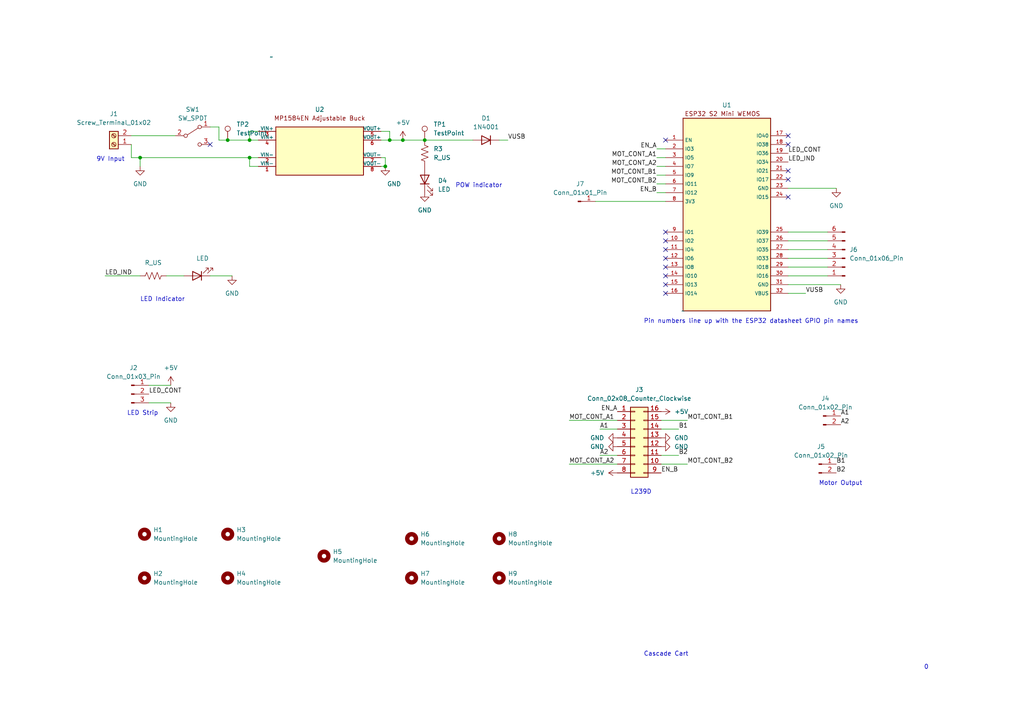
<source format=kicad_sch>
(kicad_sch (version 20230121) (generator eeschema)

  (uuid 447c6a87-def4-4dd6-b4d3-41c0b9ccfcdd)

  (paper "A4")

  (lib_symbols
    (symbol "Connector:Conn_01x01_Pin" (pin_names (offset 1.016) hide) (in_bom yes) (on_board yes)
      (property "Reference" "J" (at 0 2.54 0)
        (effects (font (size 1.27 1.27)))
      )
      (property "Value" "Conn_01x01_Pin" (at 0 -2.54 0)
        (effects (font (size 1.27 1.27)))
      )
      (property "Footprint" "" (at 0 0 0)
        (effects (font (size 1.27 1.27)) hide)
      )
      (property "Datasheet" "~" (at 0 0 0)
        (effects (font (size 1.27 1.27)) hide)
      )
      (property "ki_locked" "" (at 0 0 0)
        (effects (font (size 1.27 1.27)))
      )
      (property "ki_keywords" "connector" (at 0 0 0)
        (effects (font (size 1.27 1.27)) hide)
      )
      (property "ki_description" "Generic connector, single row, 01x01, script generated" (at 0 0 0)
        (effects (font (size 1.27 1.27)) hide)
      )
      (property "ki_fp_filters" "Connector*:*_1x??_*" (at 0 0 0)
        (effects (font (size 1.27 1.27)) hide)
      )
      (symbol "Conn_01x01_Pin_1_1"
        (polyline
          (pts
            (xy 1.27 0)
            (xy 0.8636 0)
          )
          (stroke (width 0.1524) (type default))
          (fill (type none))
        )
        (rectangle (start 0.8636 0.127) (end 0 -0.127)
          (stroke (width 0.1524) (type default))
          (fill (type outline))
        )
        (pin passive line (at 5.08 0 180) (length 3.81)
          (name "Pin_1" (effects (font (size 1.27 1.27))))
          (number "1" (effects (font (size 1.27 1.27))))
        )
      )
    )
    (symbol "Connector:Conn_01x02_Pin" (pin_names (offset 1.016) hide) (in_bom yes) (on_board yes)
      (property "Reference" "J" (at 0 2.54 0)
        (effects (font (size 1.27 1.27)))
      )
      (property "Value" "Conn_01x02_Pin" (at 0 -5.08 0)
        (effects (font (size 1.27 1.27)))
      )
      (property "Footprint" "" (at 0 0 0)
        (effects (font (size 1.27 1.27)) hide)
      )
      (property "Datasheet" "~" (at 0 0 0)
        (effects (font (size 1.27 1.27)) hide)
      )
      (property "ki_locked" "" (at 0 0 0)
        (effects (font (size 1.27 1.27)))
      )
      (property "ki_keywords" "connector" (at 0 0 0)
        (effects (font (size 1.27 1.27)) hide)
      )
      (property "ki_description" "Generic connector, single row, 01x02, script generated" (at 0 0 0)
        (effects (font (size 1.27 1.27)) hide)
      )
      (property "ki_fp_filters" "Connector*:*_1x??_*" (at 0 0 0)
        (effects (font (size 1.27 1.27)) hide)
      )
      (symbol "Conn_01x02_Pin_1_1"
        (polyline
          (pts
            (xy 1.27 -2.54)
            (xy 0.8636 -2.54)
          )
          (stroke (width 0.1524) (type default))
          (fill (type none))
        )
        (polyline
          (pts
            (xy 1.27 0)
            (xy 0.8636 0)
          )
          (stroke (width 0.1524) (type default))
          (fill (type none))
        )
        (rectangle (start 0.8636 -2.413) (end 0 -2.667)
          (stroke (width 0.1524) (type default))
          (fill (type outline))
        )
        (rectangle (start 0.8636 0.127) (end 0 -0.127)
          (stroke (width 0.1524) (type default))
          (fill (type outline))
        )
        (pin passive line (at 5.08 0 180) (length 3.81)
          (name "Pin_1" (effects (font (size 1.27 1.27))))
          (number "1" (effects (font (size 1.27 1.27))))
        )
        (pin passive line (at 5.08 -2.54 180) (length 3.81)
          (name "Pin_2" (effects (font (size 1.27 1.27))))
          (number "2" (effects (font (size 1.27 1.27))))
        )
      )
    )
    (symbol "Connector:Conn_01x03_Pin" (pin_names (offset 1.016) hide) (in_bom yes) (on_board yes)
      (property "Reference" "J" (at 0 5.08 0)
        (effects (font (size 1.27 1.27)))
      )
      (property "Value" "Conn_01x03_Pin" (at 0 -5.08 0)
        (effects (font (size 1.27 1.27)))
      )
      (property "Footprint" "" (at 0 0 0)
        (effects (font (size 1.27 1.27)) hide)
      )
      (property "Datasheet" "~" (at 0 0 0)
        (effects (font (size 1.27 1.27)) hide)
      )
      (property "ki_locked" "" (at 0 0 0)
        (effects (font (size 1.27 1.27)))
      )
      (property "ki_keywords" "connector" (at 0 0 0)
        (effects (font (size 1.27 1.27)) hide)
      )
      (property "ki_description" "Generic connector, single row, 01x03, script generated" (at 0 0 0)
        (effects (font (size 1.27 1.27)) hide)
      )
      (property "ki_fp_filters" "Connector*:*_1x??_*" (at 0 0 0)
        (effects (font (size 1.27 1.27)) hide)
      )
      (symbol "Conn_01x03_Pin_1_1"
        (polyline
          (pts
            (xy 1.27 -2.54)
            (xy 0.8636 -2.54)
          )
          (stroke (width 0.1524) (type default))
          (fill (type none))
        )
        (polyline
          (pts
            (xy 1.27 0)
            (xy 0.8636 0)
          )
          (stroke (width 0.1524) (type default))
          (fill (type none))
        )
        (polyline
          (pts
            (xy 1.27 2.54)
            (xy 0.8636 2.54)
          )
          (stroke (width 0.1524) (type default))
          (fill (type none))
        )
        (rectangle (start 0.8636 -2.413) (end 0 -2.667)
          (stroke (width 0.1524) (type default))
          (fill (type outline))
        )
        (rectangle (start 0.8636 0.127) (end 0 -0.127)
          (stroke (width 0.1524) (type default))
          (fill (type outline))
        )
        (rectangle (start 0.8636 2.667) (end 0 2.413)
          (stroke (width 0.1524) (type default))
          (fill (type outline))
        )
        (pin passive line (at 5.08 2.54 180) (length 3.81)
          (name "Pin_1" (effects (font (size 1.27 1.27))))
          (number "1" (effects (font (size 1.27 1.27))))
        )
        (pin passive line (at 5.08 0 180) (length 3.81)
          (name "Pin_2" (effects (font (size 1.27 1.27))))
          (number "2" (effects (font (size 1.27 1.27))))
        )
        (pin passive line (at 5.08 -2.54 180) (length 3.81)
          (name "Pin_3" (effects (font (size 1.27 1.27))))
          (number "3" (effects (font (size 1.27 1.27))))
        )
      )
    )
    (symbol "Connector:Conn_01x06_Pin" (pin_names (offset 1.016) hide) (in_bom yes) (on_board yes)
      (property "Reference" "J" (at 0 7.62 0)
        (effects (font (size 1.27 1.27)))
      )
      (property "Value" "Conn_01x06_Pin" (at 0 -10.16 0)
        (effects (font (size 1.27 1.27)))
      )
      (property "Footprint" "" (at 0 0 0)
        (effects (font (size 1.27 1.27)) hide)
      )
      (property "Datasheet" "~" (at 0 0 0)
        (effects (font (size 1.27 1.27)) hide)
      )
      (property "ki_locked" "" (at 0 0 0)
        (effects (font (size 1.27 1.27)))
      )
      (property "ki_keywords" "connector" (at 0 0 0)
        (effects (font (size 1.27 1.27)) hide)
      )
      (property "ki_description" "Generic connector, single row, 01x06, script generated" (at 0 0 0)
        (effects (font (size 1.27 1.27)) hide)
      )
      (property "ki_fp_filters" "Connector*:*_1x??_*" (at 0 0 0)
        (effects (font (size 1.27 1.27)) hide)
      )
      (symbol "Conn_01x06_Pin_1_1"
        (polyline
          (pts
            (xy 1.27 -7.62)
            (xy 0.8636 -7.62)
          )
          (stroke (width 0.1524) (type default))
          (fill (type none))
        )
        (polyline
          (pts
            (xy 1.27 -5.08)
            (xy 0.8636 -5.08)
          )
          (stroke (width 0.1524) (type default))
          (fill (type none))
        )
        (polyline
          (pts
            (xy 1.27 -2.54)
            (xy 0.8636 -2.54)
          )
          (stroke (width 0.1524) (type default))
          (fill (type none))
        )
        (polyline
          (pts
            (xy 1.27 0)
            (xy 0.8636 0)
          )
          (stroke (width 0.1524) (type default))
          (fill (type none))
        )
        (polyline
          (pts
            (xy 1.27 2.54)
            (xy 0.8636 2.54)
          )
          (stroke (width 0.1524) (type default))
          (fill (type none))
        )
        (polyline
          (pts
            (xy 1.27 5.08)
            (xy 0.8636 5.08)
          )
          (stroke (width 0.1524) (type default))
          (fill (type none))
        )
        (rectangle (start 0.8636 -7.493) (end 0 -7.747)
          (stroke (width 0.1524) (type default))
          (fill (type outline))
        )
        (rectangle (start 0.8636 -4.953) (end 0 -5.207)
          (stroke (width 0.1524) (type default))
          (fill (type outline))
        )
        (rectangle (start 0.8636 -2.413) (end 0 -2.667)
          (stroke (width 0.1524) (type default))
          (fill (type outline))
        )
        (rectangle (start 0.8636 0.127) (end 0 -0.127)
          (stroke (width 0.1524) (type default))
          (fill (type outline))
        )
        (rectangle (start 0.8636 2.667) (end 0 2.413)
          (stroke (width 0.1524) (type default))
          (fill (type outline))
        )
        (rectangle (start 0.8636 5.207) (end 0 4.953)
          (stroke (width 0.1524) (type default))
          (fill (type outline))
        )
        (pin passive line (at 5.08 5.08 180) (length 3.81)
          (name "Pin_1" (effects (font (size 1.27 1.27))))
          (number "1" (effects (font (size 1.27 1.27))))
        )
        (pin passive line (at 5.08 2.54 180) (length 3.81)
          (name "Pin_2" (effects (font (size 1.27 1.27))))
          (number "2" (effects (font (size 1.27 1.27))))
        )
        (pin passive line (at 5.08 0 180) (length 3.81)
          (name "Pin_3" (effects (font (size 1.27 1.27))))
          (number "3" (effects (font (size 1.27 1.27))))
        )
        (pin passive line (at 5.08 -2.54 180) (length 3.81)
          (name "Pin_4" (effects (font (size 1.27 1.27))))
          (number "4" (effects (font (size 1.27 1.27))))
        )
        (pin passive line (at 5.08 -5.08 180) (length 3.81)
          (name "Pin_5" (effects (font (size 1.27 1.27))))
          (number "5" (effects (font (size 1.27 1.27))))
        )
        (pin passive line (at 5.08 -7.62 180) (length 3.81)
          (name "Pin_6" (effects (font (size 1.27 1.27))))
          (number "6" (effects (font (size 1.27 1.27))))
        )
      )
    )
    (symbol "Connector:Screw_Terminal_01x02" (pin_names (offset 1.016) hide) (in_bom yes) (on_board yes)
      (property "Reference" "J" (at 0 2.54 0)
        (effects (font (size 1.27 1.27)))
      )
      (property "Value" "Screw_Terminal_01x02" (at 0 -5.08 0)
        (effects (font (size 1.27 1.27)))
      )
      (property "Footprint" "" (at 0 0 0)
        (effects (font (size 1.27 1.27)) hide)
      )
      (property "Datasheet" "~" (at 0 0 0)
        (effects (font (size 1.27 1.27)) hide)
      )
      (property "ki_keywords" "screw terminal" (at 0 0 0)
        (effects (font (size 1.27 1.27)) hide)
      )
      (property "ki_description" "Generic screw terminal, single row, 01x02, script generated (kicad-library-utils/schlib/autogen/connector/)" (at 0 0 0)
        (effects (font (size 1.27 1.27)) hide)
      )
      (property "ki_fp_filters" "TerminalBlock*:*" (at 0 0 0)
        (effects (font (size 1.27 1.27)) hide)
      )
      (symbol "Screw_Terminal_01x02_1_1"
        (rectangle (start -1.27 1.27) (end 1.27 -3.81)
          (stroke (width 0.254) (type default))
          (fill (type background))
        )
        (circle (center 0 -2.54) (radius 0.635)
          (stroke (width 0.1524) (type default))
          (fill (type none))
        )
        (polyline
          (pts
            (xy -0.5334 -2.2098)
            (xy 0.3302 -3.048)
          )
          (stroke (width 0.1524) (type default))
          (fill (type none))
        )
        (polyline
          (pts
            (xy -0.5334 0.3302)
            (xy 0.3302 -0.508)
          )
          (stroke (width 0.1524) (type default))
          (fill (type none))
        )
        (polyline
          (pts
            (xy -0.3556 -2.032)
            (xy 0.508 -2.8702)
          )
          (stroke (width 0.1524) (type default))
          (fill (type none))
        )
        (polyline
          (pts
            (xy -0.3556 0.508)
            (xy 0.508 -0.3302)
          )
          (stroke (width 0.1524) (type default))
          (fill (type none))
        )
        (circle (center 0 0) (radius 0.635)
          (stroke (width 0.1524) (type default))
          (fill (type none))
        )
        (pin passive line (at -5.08 0 0) (length 3.81)
          (name "Pin_1" (effects (font (size 1.27 1.27))))
          (number "1" (effects (font (size 1.27 1.27))))
        )
        (pin passive line (at -5.08 -2.54 0) (length 3.81)
          (name "Pin_2" (effects (font (size 1.27 1.27))))
          (number "2" (effects (font (size 1.27 1.27))))
        )
      )
    )
    (symbol "Connector:TestPoint" (pin_numbers hide) (pin_names (offset 0.762) hide) (in_bom yes) (on_board yes)
      (property "Reference" "TP" (at 0 6.858 0)
        (effects (font (size 1.27 1.27)))
      )
      (property "Value" "TestPoint" (at 0 5.08 0)
        (effects (font (size 1.27 1.27)))
      )
      (property "Footprint" "" (at 5.08 0 0)
        (effects (font (size 1.27 1.27)) hide)
      )
      (property "Datasheet" "~" (at 5.08 0 0)
        (effects (font (size 1.27 1.27)) hide)
      )
      (property "ki_keywords" "test point tp" (at 0 0 0)
        (effects (font (size 1.27 1.27)) hide)
      )
      (property "ki_description" "test point" (at 0 0 0)
        (effects (font (size 1.27 1.27)) hide)
      )
      (property "ki_fp_filters" "Pin* Test*" (at 0 0 0)
        (effects (font (size 1.27 1.27)) hide)
      )
      (symbol "TestPoint_0_1"
        (circle (center 0 3.302) (radius 0.762)
          (stroke (width 0) (type default))
          (fill (type none))
        )
      )
      (symbol "TestPoint_1_1"
        (pin passive line (at 0 0 90) (length 2.54)
          (name "1" (effects (font (size 1.27 1.27))))
          (number "1" (effects (font (size 1.27 1.27))))
        )
      )
    )
    (symbol "Connector_Generic:Conn_02x08_Counter_Clockwise" (pin_names (offset 1.016) hide) (in_bom yes) (on_board yes)
      (property "Reference" "J" (at 1.27 10.16 0)
        (effects (font (size 1.27 1.27)))
      )
      (property "Value" "Conn_02x08_Counter_Clockwise" (at 1.27 -12.7 0)
        (effects (font (size 1.27 1.27)))
      )
      (property "Footprint" "" (at 0 0 0)
        (effects (font (size 1.27 1.27)) hide)
      )
      (property "Datasheet" "~" (at 0 0 0)
        (effects (font (size 1.27 1.27)) hide)
      )
      (property "ki_keywords" "connector" (at 0 0 0)
        (effects (font (size 1.27 1.27)) hide)
      )
      (property "ki_description" "Generic connector, double row, 02x08, counter clockwise pin numbering scheme (similar to DIP package numbering), script generated (kicad-library-utils/schlib/autogen/connector/)" (at 0 0 0)
        (effects (font (size 1.27 1.27)) hide)
      )
      (property "ki_fp_filters" "Connector*:*_2x??_*" (at 0 0 0)
        (effects (font (size 1.27 1.27)) hide)
      )
      (symbol "Conn_02x08_Counter_Clockwise_1_1"
        (rectangle (start -1.27 -10.033) (end 0 -10.287)
          (stroke (width 0.1524) (type default))
          (fill (type none))
        )
        (rectangle (start -1.27 -7.493) (end 0 -7.747)
          (stroke (width 0.1524) (type default))
          (fill (type none))
        )
        (rectangle (start -1.27 -4.953) (end 0 -5.207)
          (stroke (width 0.1524) (type default))
          (fill (type none))
        )
        (rectangle (start -1.27 -2.413) (end 0 -2.667)
          (stroke (width 0.1524) (type default))
          (fill (type none))
        )
        (rectangle (start -1.27 0.127) (end 0 -0.127)
          (stroke (width 0.1524) (type default))
          (fill (type none))
        )
        (rectangle (start -1.27 2.667) (end 0 2.413)
          (stroke (width 0.1524) (type default))
          (fill (type none))
        )
        (rectangle (start -1.27 5.207) (end 0 4.953)
          (stroke (width 0.1524) (type default))
          (fill (type none))
        )
        (rectangle (start -1.27 7.747) (end 0 7.493)
          (stroke (width 0.1524) (type default))
          (fill (type none))
        )
        (rectangle (start -1.27 8.89) (end 3.81 -11.43)
          (stroke (width 0.254) (type default))
          (fill (type background))
        )
        (rectangle (start 3.81 -10.033) (end 2.54 -10.287)
          (stroke (width 0.1524) (type default))
          (fill (type none))
        )
        (rectangle (start 3.81 -7.493) (end 2.54 -7.747)
          (stroke (width 0.1524) (type default))
          (fill (type none))
        )
        (rectangle (start 3.81 -4.953) (end 2.54 -5.207)
          (stroke (width 0.1524) (type default))
          (fill (type none))
        )
        (rectangle (start 3.81 -2.413) (end 2.54 -2.667)
          (stroke (width 0.1524) (type default))
          (fill (type none))
        )
        (rectangle (start 3.81 0.127) (end 2.54 -0.127)
          (stroke (width 0.1524) (type default))
          (fill (type none))
        )
        (rectangle (start 3.81 2.667) (end 2.54 2.413)
          (stroke (width 0.1524) (type default))
          (fill (type none))
        )
        (rectangle (start 3.81 5.207) (end 2.54 4.953)
          (stroke (width 0.1524) (type default))
          (fill (type none))
        )
        (rectangle (start 3.81 7.747) (end 2.54 7.493)
          (stroke (width 0.1524) (type default))
          (fill (type none))
        )
        (pin passive line (at -5.08 7.62 0) (length 3.81)
          (name "Pin_1" (effects (font (size 1.27 1.27))))
          (number "1" (effects (font (size 1.27 1.27))))
        )
        (pin passive line (at 7.62 -7.62 180) (length 3.81)
          (name "Pin_10" (effects (font (size 1.27 1.27))))
          (number "10" (effects (font (size 1.27 1.27))))
        )
        (pin passive line (at 7.62 -5.08 180) (length 3.81)
          (name "Pin_11" (effects (font (size 1.27 1.27))))
          (number "11" (effects (font (size 1.27 1.27))))
        )
        (pin passive line (at 7.62 -2.54 180) (length 3.81)
          (name "Pin_12" (effects (font (size 1.27 1.27))))
          (number "12" (effects (font (size 1.27 1.27))))
        )
        (pin passive line (at 7.62 0 180) (length 3.81)
          (name "Pin_13" (effects (font (size 1.27 1.27))))
          (number "13" (effects (font (size 1.27 1.27))))
        )
        (pin passive line (at 7.62 2.54 180) (length 3.81)
          (name "Pin_14" (effects (font (size 1.27 1.27))))
          (number "14" (effects (font (size 1.27 1.27))))
        )
        (pin passive line (at 7.62 5.08 180) (length 3.81)
          (name "Pin_15" (effects (font (size 1.27 1.27))))
          (number "15" (effects (font (size 1.27 1.27))))
        )
        (pin passive line (at 7.62 7.62 180) (length 3.81)
          (name "Pin_16" (effects (font (size 1.27 1.27))))
          (number "16" (effects (font (size 1.27 1.27))))
        )
        (pin passive line (at -5.08 5.08 0) (length 3.81)
          (name "Pin_2" (effects (font (size 1.27 1.27))))
          (number "2" (effects (font (size 1.27 1.27))))
        )
        (pin passive line (at -5.08 2.54 0) (length 3.81)
          (name "Pin_3" (effects (font (size 1.27 1.27))))
          (number "3" (effects (font (size 1.27 1.27))))
        )
        (pin passive line (at -5.08 0 0) (length 3.81)
          (name "Pin_4" (effects (font (size 1.27 1.27))))
          (number "4" (effects (font (size 1.27 1.27))))
        )
        (pin passive line (at -5.08 -2.54 0) (length 3.81)
          (name "Pin_5" (effects (font (size 1.27 1.27))))
          (number "5" (effects (font (size 1.27 1.27))))
        )
        (pin passive line (at -5.08 -5.08 0) (length 3.81)
          (name "Pin_6" (effects (font (size 1.27 1.27))))
          (number "6" (effects (font (size 1.27 1.27))))
        )
        (pin passive line (at -5.08 -7.62 0) (length 3.81)
          (name "Pin_7" (effects (font (size 1.27 1.27))))
          (number "7" (effects (font (size 1.27 1.27))))
        )
        (pin passive line (at -5.08 -10.16 0) (length 3.81)
          (name "Pin_8" (effects (font (size 1.27 1.27))))
          (number "8" (effects (font (size 1.27 1.27))))
        )
        (pin passive line (at 7.62 -10.16 180) (length 3.81)
          (name "Pin_9" (effects (font (size 1.27 1.27))))
          (number "9" (effects (font (size 1.27 1.27))))
        )
      )
    )
    (symbol "Device:LED" (pin_numbers hide) (pin_names (offset 1.016) hide) (in_bom yes) (on_board yes)
      (property "Reference" "D" (at 0 2.54 0)
        (effects (font (size 1.27 1.27)))
      )
      (property "Value" "LED" (at 0 -2.54 0)
        (effects (font (size 1.27 1.27)))
      )
      (property "Footprint" "" (at 0 0 0)
        (effects (font (size 1.27 1.27)) hide)
      )
      (property "Datasheet" "~" (at 0 0 0)
        (effects (font (size 1.27 1.27)) hide)
      )
      (property "ki_keywords" "LED diode" (at 0 0 0)
        (effects (font (size 1.27 1.27)) hide)
      )
      (property "ki_description" "Light emitting diode" (at 0 0 0)
        (effects (font (size 1.27 1.27)) hide)
      )
      (property "ki_fp_filters" "LED* LED_SMD:* LED_THT:*" (at 0 0 0)
        (effects (font (size 1.27 1.27)) hide)
      )
      (symbol "LED_0_1"
        (polyline
          (pts
            (xy -1.27 -1.27)
            (xy -1.27 1.27)
          )
          (stroke (width 0.254) (type default))
          (fill (type none))
        )
        (polyline
          (pts
            (xy -1.27 0)
            (xy 1.27 0)
          )
          (stroke (width 0) (type default))
          (fill (type none))
        )
        (polyline
          (pts
            (xy 1.27 -1.27)
            (xy 1.27 1.27)
            (xy -1.27 0)
            (xy 1.27 -1.27)
          )
          (stroke (width 0.254) (type default))
          (fill (type none))
        )
        (polyline
          (pts
            (xy -3.048 -0.762)
            (xy -4.572 -2.286)
            (xy -3.81 -2.286)
            (xy -4.572 -2.286)
            (xy -4.572 -1.524)
          )
          (stroke (width 0) (type default))
          (fill (type none))
        )
        (polyline
          (pts
            (xy -1.778 -0.762)
            (xy -3.302 -2.286)
            (xy -2.54 -2.286)
            (xy -3.302 -2.286)
            (xy -3.302 -1.524)
          )
          (stroke (width 0) (type default))
          (fill (type none))
        )
      )
      (symbol "LED_1_1"
        (pin passive line (at -3.81 0 0) (length 2.54)
          (name "K" (effects (font (size 1.27 1.27))))
          (number "1" (effects (font (size 1.27 1.27))))
        )
        (pin passive line (at 3.81 0 180) (length 2.54)
          (name "A" (effects (font (size 1.27 1.27))))
          (number "2" (effects (font (size 1.27 1.27))))
        )
      )
    )
    (symbol "Device:R_US" (pin_numbers hide) (pin_names (offset 0)) (in_bom yes) (on_board yes)
      (property "Reference" "R" (at 2.54 0 90)
        (effects (font (size 1.27 1.27)))
      )
      (property "Value" "R_US" (at -2.54 0 90)
        (effects (font (size 1.27 1.27)))
      )
      (property "Footprint" "" (at 1.016 -0.254 90)
        (effects (font (size 1.27 1.27)) hide)
      )
      (property "Datasheet" "~" (at 0 0 0)
        (effects (font (size 1.27 1.27)) hide)
      )
      (property "ki_keywords" "R res resistor" (at 0 0 0)
        (effects (font (size 1.27 1.27)) hide)
      )
      (property "ki_description" "Resistor, US symbol" (at 0 0 0)
        (effects (font (size 1.27 1.27)) hide)
      )
      (property "ki_fp_filters" "R_*" (at 0 0 0)
        (effects (font (size 1.27 1.27)) hide)
      )
      (symbol "R_US_0_1"
        (polyline
          (pts
            (xy 0 -2.286)
            (xy 0 -2.54)
          )
          (stroke (width 0) (type default))
          (fill (type none))
        )
        (polyline
          (pts
            (xy 0 2.286)
            (xy 0 2.54)
          )
          (stroke (width 0) (type default))
          (fill (type none))
        )
        (polyline
          (pts
            (xy 0 -0.762)
            (xy 1.016 -1.143)
            (xy 0 -1.524)
            (xy -1.016 -1.905)
            (xy 0 -2.286)
          )
          (stroke (width 0) (type default))
          (fill (type none))
        )
        (polyline
          (pts
            (xy 0 0.762)
            (xy 1.016 0.381)
            (xy 0 0)
            (xy -1.016 -0.381)
            (xy 0 -0.762)
          )
          (stroke (width 0) (type default))
          (fill (type none))
        )
        (polyline
          (pts
            (xy 0 2.286)
            (xy 1.016 1.905)
            (xy 0 1.524)
            (xy -1.016 1.143)
            (xy 0 0.762)
          )
          (stroke (width 0) (type default))
          (fill (type none))
        )
      )
      (symbol "R_US_1_1"
        (pin passive line (at 0 3.81 270) (length 1.27)
          (name "~" (effects (font (size 1.27 1.27))))
          (number "1" (effects (font (size 1.27 1.27))))
        )
        (pin passive line (at 0 -3.81 90) (length 1.27)
          (name "~" (effects (font (size 1.27 1.27))))
          (number "2" (effects (font (size 1.27 1.27))))
        )
      )
    )
    (symbol "Diode:1N4001" (pin_numbers hide) (pin_names hide) (in_bom yes) (on_board yes)
      (property "Reference" "D" (at 0 2.54 0)
        (effects (font (size 1.27 1.27)))
      )
      (property "Value" "1N4001" (at 0 -2.54 0)
        (effects (font (size 1.27 1.27)))
      )
      (property "Footprint" "Diode_THT:D_DO-41_SOD81_P10.16mm_Horizontal" (at 0 0 0)
        (effects (font (size 1.27 1.27)) hide)
      )
      (property "Datasheet" "http://www.vishay.com/docs/88503/1n4001.pdf" (at 0 0 0)
        (effects (font (size 1.27 1.27)) hide)
      )
      (property "Sim.Device" "D" (at 0 0 0)
        (effects (font (size 1.27 1.27)) hide)
      )
      (property "Sim.Pins" "1=K 2=A" (at 0 0 0)
        (effects (font (size 1.27 1.27)) hide)
      )
      (property "ki_keywords" "diode" (at 0 0 0)
        (effects (font (size 1.27 1.27)) hide)
      )
      (property "ki_description" "50V 1A General Purpose Rectifier Diode, DO-41" (at 0 0 0)
        (effects (font (size 1.27 1.27)) hide)
      )
      (property "ki_fp_filters" "D*DO?41*" (at 0 0 0)
        (effects (font (size 1.27 1.27)) hide)
      )
      (symbol "1N4001_0_1"
        (polyline
          (pts
            (xy -1.27 1.27)
            (xy -1.27 -1.27)
          )
          (stroke (width 0.254) (type default))
          (fill (type none))
        )
        (polyline
          (pts
            (xy 1.27 0)
            (xy -1.27 0)
          )
          (stroke (width 0) (type default))
          (fill (type none))
        )
        (polyline
          (pts
            (xy 1.27 1.27)
            (xy 1.27 -1.27)
            (xy -1.27 0)
            (xy 1.27 1.27)
          )
          (stroke (width 0.254) (type default))
          (fill (type none))
        )
      )
      (symbol "1N4001_1_1"
        (pin passive line (at -3.81 0 0) (length 2.54)
          (name "K" (effects (font (size 1.27 1.27))))
          (number "1" (effects (font (size 1.27 1.27))))
        )
        (pin passive line (at 3.81 0 180) (length 2.54)
          (name "A" (effects (font (size 1.27 1.27))))
          (number "2" (effects (font (size 1.27 1.27))))
        )
      )
    )
    (symbol "Mechanical:MountingHole" (pin_names (offset 1.016)) (in_bom yes) (on_board yes)
      (property "Reference" "H" (at 0 5.08 0)
        (effects (font (size 1.27 1.27)))
      )
      (property "Value" "MountingHole" (at 0 3.175 0)
        (effects (font (size 1.27 1.27)))
      )
      (property "Footprint" "" (at 0 0 0)
        (effects (font (size 1.27 1.27)) hide)
      )
      (property "Datasheet" "~" (at 0 0 0)
        (effects (font (size 1.27 1.27)) hide)
      )
      (property "ki_keywords" "mounting hole" (at 0 0 0)
        (effects (font (size 1.27 1.27)) hide)
      )
      (property "ki_description" "Mounting Hole without connection" (at 0 0 0)
        (effects (font (size 1.27 1.27)) hide)
      )
      (property "ki_fp_filters" "MountingHole*" (at 0 0 0)
        (effects (font (size 1.27 1.27)) hide)
      )
      (symbol "MountingHole_0_1"
        (circle (center 0 0) (radius 1.27)
          (stroke (width 1.27) (type default))
          (fill (type none))
        )
      )
    )
    (symbol "Switch:SW_SPDT" (pin_names (offset 0) hide) (in_bom yes) (on_board yes)
      (property "Reference" "SW" (at 0 4.318 0)
        (effects (font (size 1.27 1.27)))
      )
      (property "Value" "SW_SPDT" (at 0 -5.08 0)
        (effects (font (size 1.27 1.27)))
      )
      (property "Footprint" "" (at 0 0 0)
        (effects (font (size 1.27 1.27)) hide)
      )
      (property "Datasheet" "~" (at 0 0 0)
        (effects (font (size 1.27 1.27)) hide)
      )
      (property "ki_keywords" "switch single-pole double-throw spdt ON-ON" (at 0 0 0)
        (effects (font (size 1.27 1.27)) hide)
      )
      (property "ki_description" "Switch, single pole double throw" (at 0 0 0)
        (effects (font (size 1.27 1.27)) hide)
      )
      (symbol "SW_SPDT_0_0"
        (circle (center -2.032 0) (radius 0.508)
          (stroke (width 0) (type default))
          (fill (type none))
        )
        (circle (center 2.032 -2.54) (radius 0.508)
          (stroke (width 0) (type default))
          (fill (type none))
        )
      )
      (symbol "SW_SPDT_0_1"
        (polyline
          (pts
            (xy -1.524 0.254)
            (xy 1.651 2.286)
          )
          (stroke (width 0) (type default))
          (fill (type none))
        )
        (circle (center 2.032 2.54) (radius 0.508)
          (stroke (width 0) (type default))
          (fill (type none))
        )
      )
      (symbol "SW_SPDT_1_1"
        (pin passive line (at 5.08 2.54 180) (length 2.54)
          (name "A" (effects (font (size 1.27 1.27))))
          (number "1" (effects (font (size 1.27 1.27))))
        )
        (pin passive line (at -5.08 0 0) (length 2.54)
          (name "B" (effects (font (size 1.27 1.27))))
          (number "2" (effects (font (size 1.27 1.27))))
        )
        (pin passive line (at 5.08 -2.54 180) (length 2.54)
          (name "C" (effects (font (size 1.27 1.27))))
          (number "3" (effects (font (size 1.27 1.27))))
        )
      )
    )
    (symbol "power:+5V" (power) (pin_names (offset 0)) (in_bom yes) (on_board yes)
      (property "Reference" "#PWR" (at 0 -3.81 0)
        (effects (font (size 1.27 1.27)) hide)
      )
      (property "Value" "+5V" (at 0 3.556 0)
        (effects (font (size 1.27 1.27)))
      )
      (property "Footprint" "" (at 0 0 0)
        (effects (font (size 1.27 1.27)) hide)
      )
      (property "Datasheet" "" (at 0 0 0)
        (effects (font (size 1.27 1.27)) hide)
      )
      (property "ki_keywords" "global power" (at 0 0 0)
        (effects (font (size 1.27 1.27)) hide)
      )
      (property "ki_description" "Power symbol creates a global label with name \"+5V\"" (at 0 0 0)
        (effects (font (size 1.27 1.27)) hide)
      )
      (symbol "+5V_0_1"
        (polyline
          (pts
            (xy -0.762 1.27)
            (xy 0 2.54)
          )
          (stroke (width 0) (type default))
          (fill (type none))
        )
        (polyline
          (pts
            (xy 0 0)
            (xy 0 2.54)
          )
          (stroke (width 0) (type default))
          (fill (type none))
        )
        (polyline
          (pts
            (xy 0 2.54)
            (xy 0.762 1.27)
          )
          (stroke (width 0) (type default))
          (fill (type none))
        )
      )
      (symbol "+5V_1_1"
        (pin power_in line (at 0 0 90) (length 0) hide
          (name "+5V" (effects (font (size 1.27 1.27))))
          (number "1" (effects (font (size 1.27 1.27))))
        )
      )
    )
    (symbol "power:GND" (power) (pin_names (offset 0)) (in_bom yes) (on_board yes)
      (property "Reference" "#PWR" (at 0 -6.35 0)
        (effects (font (size 1.27 1.27)) hide)
      )
      (property "Value" "GND" (at 0 -3.81 0)
        (effects (font (size 1.27 1.27)))
      )
      (property "Footprint" "" (at 0 0 0)
        (effects (font (size 1.27 1.27)) hide)
      )
      (property "Datasheet" "" (at 0 0 0)
        (effects (font (size 1.27 1.27)) hide)
      )
      (property "ki_keywords" "global power" (at 0 0 0)
        (effects (font (size 1.27 1.27)) hide)
      )
      (property "ki_description" "Power symbol creates a global label with name \"GND\" , ground" (at 0 0 0)
        (effects (font (size 1.27 1.27)) hide)
      )
      (symbol "GND_0_1"
        (polyline
          (pts
            (xy 0 0)
            (xy 0 -1.27)
            (xy 1.27 -1.27)
            (xy 0 -2.54)
            (xy -1.27 -1.27)
            (xy 0 -1.27)
          )
          (stroke (width 0) (type default))
          (fill (type none))
        )
      )
      (symbol "GND_1_1"
        (pin power_in line (at 0 0 270) (length 0) hide
          (name "GND" (effects (font (size 1.27 1.27))))
          (number "1" (effects (font (size 1.27 1.27))))
        )
      )
    )
    (symbol "tklouie_kicad:Mini_360_Buck" (pin_names (offset 0)) (in_bom yes) (on_board yes)
      (property "Reference" "U" (at 1.27 19.05 0)
        (effects (font (size 1.27 1.27)))
      )
      (property "Value" "" (at -1.27 34.29 0)
        (effects (font (size 1.27 1.27)))
      )
      (property "Footprint" "" (at -1.27 34.29 0)
        (effects (font (size 1.27 1.27)) hide)
      )
      (property "Datasheet" "" (at -1.27 34.29 0)
        (effects (font (size 1.27 1.27)) hide)
      )
      (symbol "Mini_360_Buck_0_0"
        (rectangle (start 0 13.97) (end 25.4 0)
          (stroke (width 0.254) (type default))
          (fill (type background))
        )
      )
      (symbol "Mini_360_Buck_1_0"
        (pin bidirectional line (at -5.08 2.54 0) (length 5.08)
          (name "VIN-" (effects (font (size 1.016 1.016))))
          (number "1" (effects (font (size 1.016 1.016))))
        )
        (pin bidirectional line (at -5.08 5.08 0) (length 5.08)
          (name "VIN-" (effects (font (size 1.016 1.016))))
          (number "2" (effects (font (size 1.016 1.016))))
        )
        (pin bidirectional line (at -5.08 12.7 0) (length 5.08)
          (name "VIN+" (effects (font (size 1.016 1.016))))
          (number "3" (effects (font (size 1.016 1.016))))
        )
        (pin bidirectional line (at -5.08 10.16 0) (length 5.08)
          (name "VIN+" (effects (font (size 1.016 1.016))))
          (number "4" (effects (font (size 1.016 1.016))))
        )
        (pin bidirectional line (at 30.48 12.7 180) (length 5.08)
          (name "VOUT+" (effects (font (size 1.016 1.016))))
          (number "5" (effects (font (size 1.016 1.016))))
        )
        (pin bidirectional line (at 30.48 10.16 180) (length 5.08)
          (name "VOUT+" (effects (font (size 1.016 1.016))))
          (number "6" (effects (font (size 1.016 1.016))))
        )
        (pin bidirectional line (at 30.48 5.08 180) (length 5.08)
          (name "VOUT-" (effects (font (size 1.016 1.016))))
          (number "7" (effects (font (size 1.016 1.016))))
        )
        (pin bidirectional line (at 30.48 2.54 180) (length 5.08)
          (name "VOUT-" (effects (font (size 1.016 1.016))))
          (number "8" (effects (font (size 1.016 1.016))))
        )
      )
      (symbol "Mini_360_Buck_1_1"
        (text "MP1584EN Adjustable Buck\n" (at 12.7 16.51 0)
          (effects (font (size 1.27 1.27)))
        )
      )
    )
    (symbol "tklouie_kicad:esp32_s2_mini" (in_bom yes) (on_board yes)
      (property "Reference" "U" (at 1.27 59.69 0)
        (effects (font (size 1.27 1.27)))
      )
      (property "Value" "" (at 0 0 0)
        (effects (font (size 1.27 1.27)))
      )
      (property "Footprint" "" (at 0 0 0)
        (effects (font (size 1.27 1.27)) hide)
      )
      (property "Datasheet" "" (at 0 0 0)
        (effects (font (size 1.27 1.27)) hide)
      )
      (symbol "esp32_s2_mini_0_0"
        (rectangle (start 0 55.88) (end 25.4 0)
          (stroke (width 0.254) (type default))
          (fill (type background))
        )
      )
      (symbol "esp32_s2_mini_1_0"
        (pin input line (at -5.08 49.53 0) (length 5.08)
          (name "EN" (effects (font (size 1.016 1.016))))
          (number "1" (effects (font (size 1.016 1.016))))
        )
        (pin bidirectional line (at -5.08 20.32 0) (length 5.08)
          (name "IO2" (effects (font (size 1.016 1.016))))
          (number "10" (effects (font (size 1.016 1.016))))
        )
        (pin bidirectional line (at -5.08 17.78 0) (length 5.08)
          (name "IO4" (effects (font (size 1.016 1.016))))
          (number "11" (effects (font (size 1.016 1.016))))
        )
        (pin bidirectional line (at -5.08 15.24 0) (length 5.08)
          (name "IO6" (effects (font (size 1.016 1.016))))
          (number "12" (effects (font (size 1.016 1.016))))
        )
        (pin bidirectional line (at -5.08 12.7 0) (length 5.08)
          (name "IO8" (effects (font (size 1.016 1.016))))
          (number "13" (effects (font (size 1.016 1.016))))
        )
        (pin bidirectional line (at -5.08 10.16 0) (length 5.08)
          (name "IO10" (effects (font (size 1.016 1.016))))
          (number "14" (effects (font (size 1.016 1.016))))
        )
        (pin bidirectional line (at -5.08 7.62 0) (length 5.08)
          (name "IO13" (effects (font (size 1.016 1.016))))
          (number "15" (effects (font (size 1.016 1.016))))
        )
        (pin bidirectional line (at -5.08 5.08 0) (length 5.08)
          (name "IO14" (effects (font (size 1.016 1.016))))
          (number "16" (effects (font (size 1.016 1.016))))
        )
        (pin bidirectional line (at 30.48 50.8 180) (length 5.08)
          (name "IO40" (effects (font (size 1.016 1.016))))
          (number "17" (effects (font (size 1.016 1.016))))
        )
        (pin bidirectional line (at 30.48 48.26 180) (length 5.08)
          (name "IO38" (effects (font (size 1.016 1.016))))
          (number "18" (effects (font (size 1.016 1.016))))
        )
        (pin bidirectional line (at 30.48 45.72 180) (length 5.08)
          (name "IO36" (effects (font (size 1.016 1.016))))
          (number "19" (effects (font (size 1.016 1.016))))
        )
        (pin bidirectional line (at -5.08 46.99 0) (length 5.08)
          (name "IO3" (effects (font (size 1.016 1.016))))
          (number "2" (effects (font (size 1.016 1.016))))
        )
        (pin bidirectional line (at 30.48 43.18 180) (length 5.08)
          (name "IO34" (effects (font (size 1.016 1.016))))
          (number "20" (effects (font (size 1.016 1.016))))
        )
        (pin bidirectional line (at 30.48 40.64 180) (length 5.08)
          (name "IO21" (effects (font (size 1.016 1.016))))
          (number "21" (effects (font (size 1.016 1.016))))
        )
        (pin bidirectional line (at 30.48 38.1 180) (length 5.08)
          (name "IO17" (effects (font (size 1.016 1.016))))
          (number "22" (effects (font (size 1.016 1.016))))
        )
        (pin power_in line (at 30.48 35.56 180) (length 5.08)
          (name "GND" (effects (font (size 1.016 1.016))))
          (number "23" (effects (font (size 1.016 1.016))))
        )
        (pin bidirectional line (at 30.48 33.02 180) (length 5.08)
          (name "IO15" (effects (font (size 1.016 1.016))))
          (number "24" (effects (font (size 1.016 1.016))))
        )
        (pin bidirectional line (at 30.48 22.86 180) (length 5.08)
          (name "IO39" (effects (font (size 1.016 1.016))))
          (number "25" (effects (font (size 1.016 1.016))))
        )
        (pin bidirectional line (at 30.48 20.32 180) (length 5.08)
          (name "IO37" (effects (font (size 1.016 1.016))))
          (number "26" (effects (font (size 1.016 1.016))))
        )
        (pin bidirectional line (at 30.48 17.78 180) (length 5.08)
          (name "IO35" (effects (font (size 1.016 1.016))))
          (number "27" (effects (font (size 1.016 1.016))))
        )
        (pin bidirectional line (at 30.48 15.24 180) (length 5.08)
          (name "IO33" (effects (font (size 1.016 1.016))))
          (number "28" (effects (font (size 1.016 1.016))))
        )
        (pin bidirectional line (at 30.48 12.7 180) (length 5.08)
          (name "IO18" (effects (font (size 1.016 1.016))))
          (number "29" (effects (font (size 1.016 1.016))))
        )
        (pin bidirectional line (at -5.08 44.45 0) (length 5.08)
          (name "IO5" (effects (font (size 1.016 1.016))))
          (number "3" (effects (font (size 1.016 1.016))))
        )
        (pin bidirectional line (at 30.48 10.16 180) (length 5.08)
          (name "IO16" (effects (font (size 1.016 1.016))))
          (number "30" (effects (font (size 1.016 1.016))))
        )
        (pin power_in line (at 30.48 7.62 180) (length 5.08)
          (name "GND" (effects (font (size 1.016 1.016))))
          (number "31" (effects (font (size 1.016 1.016))))
        )
        (pin bidirectional line (at 30.48 5.08 180) (length 5.08)
          (name "VBUS" (effects (font (size 1.016 1.016))))
          (number "32" (effects (font (size 1.016 1.016))))
        )
        (pin bidirectional line (at -5.08 41.91 0) (length 5.08)
          (name "IO7" (effects (font (size 1.016 1.016))))
          (number "4" (effects (font (size 1.016 1.016))))
        )
        (pin bidirectional line (at -5.08 39.37 0) (length 5.08)
          (name "IO9" (effects (font (size 1.016 1.016))))
          (number "5" (effects (font (size 1.016 1.016))))
        )
        (pin bidirectional line (at -5.08 36.83 0) (length 5.08)
          (name "IO11" (effects (font (size 1.016 1.016))))
          (number "6" (effects (font (size 1.016 1.016))))
        )
        (pin bidirectional line (at -5.08 34.29 0) (length 5.08)
          (name "IO12" (effects (font (size 1.016 1.016))))
          (number "7" (effects (font (size 1.016 1.016))))
        )
        (pin bidirectional line (at -5.08 31.75 0) (length 5.08)
          (name "3V3" (effects (font (size 1.016 1.016))))
          (number "8" (effects (font (size 1.016 1.016))))
        )
        (pin bidirectional line (at -5.08 22.86 0) (length 5.08)
          (name "IO1" (effects (font (size 1.016 1.016))))
          (number "9" (effects (font (size 1.016 1.016))))
        )
      )
      (symbol "esp32_s2_mini_1_1"
        (text "ESP32 S2 Mini WEMOS\n" (at 11.43 57.15 0)
          (effects (font (size 1.27 1.27)))
        )
      )
    )
  )

  (junction (at 116.84 40.64) (diameter 0) (color 0 0 0 0)
    (uuid 1e771c9d-24f3-42a1-aec6-f3c60c25a4d2)
  )
  (junction (at 72.39 45.72) (diameter 0) (color 0 0 0 0)
    (uuid 2b358ea0-c2a2-4c82-8283-d949f6e0fc47)
  )
  (junction (at 123.19 40.64) (diameter 0) (color 0 0 0 0)
    (uuid 302bded7-585c-4057-a840-844837011aca)
  )
  (junction (at 72.39 40.64) (diameter 0) (color 0 0 0 0)
    (uuid 40677556-6f33-4cf7-b9b0-9934b26c9be8)
  )
  (junction (at 40.64 45.72) (diameter 0) (color 0 0 0 0)
    (uuid 41e5621b-d926-4834-b5f0-3dafe2cecdea)
  )
  (junction (at 66.04 40.64) (diameter 0) (color 0 0 0 0)
    (uuid 6e42fe70-44f0-4dcd-9fa3-592b38a38d10)
  )
  (junction (at 113.03 40.64) (diameter 0) (color 0 0 0 0)
    (uuid b080080a-493b-445e-babe-86a62dc9f318)
  )
  (junction (at 111.76 48.26) (diameter 0) (color 0 0 0 0)
    (uuid bb4005d2-b9bf-44bf-901c-72bb87fe51b9)
  )

  (no_connect (at 228.6 52.07) (uuid 037048ff-237a-4dd5-a39e-a72205e0324a))
  (no_connect (at 193.04 77.47) (uuid 06237048-0a3e-465b-965a-ef1257886a64))
  (no_connect (at 193.04 74.93) (uuid 157d3162-1f44-48b1-aad3-84b4e92e94dc))
  (no_connect (at 228.6 57.15) (uuid 1e441be5-fa98-4527-8a3b-24d50985201b))
  (no_connect (at 60.96 41.91) (uuid 28cc7e9a-8023-4a13-9fa2-498a947146fe))
  (no_connect (at 228.6 39.37) (uuid 30d116ed-f353-48c2-807b-2c6d7746044e))
  (no_connect (at 193.04 72.39) (uuid 3223cef6-4e17-42c5-8cca-bcb41c759613))
  (no_connect (at 193.04 80.01) (uuid 3293be23-d7cf-4cfb-8d67-d37dc2b9b24a))
  (no_connect (at 193.04 82.55) (uuid 366567ea-66e3-4600-b497-51df9b4c090b))
  (no_connect (at 193.04 85.09) (uuid 4d903d18-40b6-4594-8abd-263ef118b104))
  (no_connect (at 228.6 49.53) (uuid 677764bd-277a-490d-9c53-b4ba2a2c51ba))
  (no_connect (at 193.04 67.31) (uuid 764ce6a1-f866-45f3-aed5-6773b9160206))
  (no_connect (at 193.04 40.64) (uuid 809ca6ef-6007-4ed0-a6ee-b0ed30d2ac9d))
  (no_connect (at 228.6 41.91) (uuid b6335932-a961-4758-9d22-4891fbb834a8))
  (no_connect (at 193.04 69.85) (uuid d2201232-bcda-46f0-920b-3a4cdf6222b1))

  (wire (pts (xy 144.78 40.64) (xy 147.32 40.64))
    (stroke (width 0) (type default))
    (uuid 03eb1623-ea0c-4a8b-8643-c8dfc849885a)
  )
  (wire (pts (xy 123.19 40.64) (xy 137.16 40.64))
    (stroke (width 0) (type default))
    (uuid 076979d4-2d2d-46b7-b2b9-2cb04393af93)
  )
  (wire (pts (xy 116.84 40.64) (xy 123.19 40.64))
    (stroke (width 0) (type default))
    (uuid 112c9baf-f1dc-4844-a00d-189c6a8f2cb6)
  )
  (wire (pts (xy 66.04 40.64) (xy 63.5 40.64))
    (stroke (width 0) (type default))
    (uuid 160f6567-67fc-4663-91f0-f20bbf452caa)
  )
  (wire (pts (xy 172.72 58.42) (xy 193.04 58.42))
    (stroke (width 0) (type default))
    (uuid 166bbaa8-e1ba-4971-beb3-d2c81f1d14da)
  )
  (wire (pts (xy 74.93 48.26) (xy 72.39 48.26))
    (stroke (width 0) (type default))
    (uuid 18364ef6-e442-49ef-b9e4-da4af96bca3a)
  )
  (wire (pts (xy 74.93 38.1) (xy 72.39 38.1))
    (stroke (width 0) (type default))
    (uuid 2ce7b285-a098-40df-b1c2-600d066ce5c9)
  )
  (wire (pts (xy 113.03 40.64) (xy 116.84 40.64))
    (stroke (width 0) (type default))
    (uuid 2d19fc6f-3c7d-46a8-bd50-dae9cf907903)
  )
  (wire (pts (xy 190.5 45.72) (xy 193.04 45.72))
    (stroke (width 0) (type default))
    (uuid 436ebd80-e295-40ee-8ea6-626e13648884)
  )
  (wire (pts (xy 240.03 80.01) (xy 228.6 80.01))
    (stroke (width 0) (type default))
    (uuid 459cf21f-40b3-4a77-a602-32be0143b08e)
  )
  (wire (pts (xy 173.99 124.46) (xy 179.07 124.46))
    (stroke (width 0) (type default))
    (uuid 46f6eca5-304c-455c-b7d7-38bd82246321)
  )
  (wire (pts (xy 63.5 36.83) (xy 60.96 36.83))
    (stroke (width 0) (type default))
    (uuid 4a58ff51-ee59-4341-9e03-c40b63726d18)
  )
  (wire (pts (xy 74.93 45.72) (xy 72.39 45.72))
    (stroke (width 0) (type default))
    (uuid 501dde39-93c3-4604-a19d-e054cc54d1a0)
  )
  (wire (pts (xy 240.03 72.39) (xy 228.6 72.39))
    (stroke (width 0) (type default))
    (uuid 51293376-cd78-45b2-948c-573860728253)
  )
  (wire (pts (xy 196.85 124.46) (xy 191.77 124.46))
    (stroke (width 0) (type default))
    (uuid 56925caa-e84e-414c-a4e5-da5898fa2ca1)
  )
  (wire (pts (xy 72.39 45.72) (xy 40.64 45.72))
    (stroke (width 0) (type default))
    (uuid 5d15232c-df1f-4014-bb82-270dcebce69f)
  )
  (wire (pts (xy 38.1 45.72) (xy 38.1 41.91))
    (stroke (width 0) (type default))
    (uuid 5d541522-e16a-4e11-82bd-e5746a8c0c46)
  )
  (wire (pts (xy 40.64 48.26) (xy 40.64 45.72))
    (stroke (width 0) (type default))
    (uuid 62c56088-f4dc-4bfb-8228-54489b1f1086)
  )
  (wire (pts (xy 113.03 38.1) (xy 113.03 40.64))
    (stroke (width 0) (type default))
    (uuid 658c3fb5-3e53-407e-93f0-57352a2f27bb)
  )
  (wire (pts (xy 190.5 53.34) (xy 193.04 53.34))
    (stroke (width 0) (type default))
    (uuid 6748b8ee-cdb9-46ae-af77-8c4467622962)
  )
  (wire (pts (xy 30.48 80.01) (xy 40.64 80.01))
    (stroke (width 0) (type default))
    (uuid 7338de67-42db-4573-862e-1b3d785b6ff5)
  )
  (wire (pts (xy 165.1 121.92) (xy 179.07 121.92))
    (stroke (width 0) (type default))
    (uuid 77d8ae03-a2ac-464e-80e9-bd240d195b9e)
  )
  (wire (pts (xy 43.18 111.76) (xy 49.53 111.76))
    (stroke (width 0) (type default))
    (uuid 788ddf36-0488-4b7e-b529-9055804bc565)
  )
  (wire (pts (xy 43.18 116.84) (xy 49.53 116.84))
    (stroke (width 0) (type default))
    (uuid 7b324dc2-34b5-48ad-a3c3-b8703997749d)
  )
  (wire (pts (xy 228.6 82.55) (xy 243.84 82.55))
    (stroke (width 0) (type default))
    (uuid 7f1b82af-724e-4469-9a86-46572236090c)
  )
  (wire (pts (xy 240.03 67.31) (xy 228.6 67.31))
    (stroke (width 0) (type default))
    (uuid 8a9dc2a2-bf8e-4838-aaf5-b00fa8a14ec3)
  )
  (wire (pts (xy 74.93 40.64) (xy 72.39 40.64))
    (stroke (width 0) (type default))
    (uuid 8c274df7-fe0a-44e2-b627-378c4db66c5b)
  )
  (wire (pts (xy 190.5 48.26) (xy 193.04 48.26))
    (stroke (width 0) (type default))
    (uuid 8e28ec40-548c-4ba1-ab68-08cad3c1ba8d)
  )
  (wire (pts (xy 111.76 45.72) (xy 110.49 45.72))
    (stroke (width 0) (type default))
    (uuid 9829bcce-deb5-4338-9c79-e3186aa9ccfa)
  )
  (wire (pts (xy 240.03 69.85) (xy 228.6 69.85))
    (stroke (width 0) (type default))
    (uuid 9a179807-0c38-4d60-a042-bef118590091)
  )
  (wire (pts (xy 38.1 39.37) (xy 50.8 39.37))
    (stroke (width 0) (type default))
    (uuid a3a6b19f-f47b-4cc4-b274-48e8161bcfd6)
  )
  (wire (pts (xy 190.5 50.8) (xy 193.04 50.8))
    (stroke (width 0) (type default))
    (uuid a48e3e89-5ce8-42d7-9eaa-fd04ac2a7c97)
  )
  (wire (pts (xy 72.39 48.26) (xy 72.39 45.72))
    (stroke (width 0) (type default))
    (uuid a95a1e50-99a9-4656-b28d-fe200971eecb)
  )
  (wire (pts (xy 111.76 48.26) (xy 111.76 45.72))
    (stroke (width 0) (type default))
    (uuid b60e3782-1711-4ff2-9148-b47db96ec4e2)
  )
  (wire (pts (xy 63.5 40.64) (xy 63.5 36.83))
    (stroke (width 0) (type default))
    (uuid b98292fe-78b5-45b7-8678-e43c8aed678a)
  )
  (wire (pts (xy 72.39 38.1) (xy 72.39 40.64))
    (stroke (width 0) (type default))
    (uuid bdf4ccf2-b06e-4406-ad40-a12ee4523a8f)
  )
  (wire (pts (xy 38.1 45.72) (xy 40.64 45.72))
    (stroke (width 0) (type default))
    (uuid c576259b-ee72-48a6-8add-4761321a3dc1)
  )
  (wire (pts (xy 240.03 74.93) (xy 228.6 74.93))
    (stroke (width 0) (type default))
    (uuid cb688038-7ce3-4fd0-95b7-db28e3b816f8)
  )
  (wire (pts (xy 110.49 40.64) (xy 113.03 40.64))
    (stroke (width 0) (type default))
    (uuid ccea4397-7d0d-487c-9f63-c11ca0c52a46)
  )
  (wire (pts (xy 199.39 121.92) (xy 191.77 121.92))
    (stroke (width 0) (type default))
    (uuid ce4e9b6a-6ba2-486b-bce3-5caa13ea3813)
  )
  (wire (pts (xy 196.85 132.08) (xy 191.77 132.08))
    (stroke (width 0) (type default))
    (uuid cf54a7aa-b881-4e98-b097-aaa731045b6e)
  )
  (wire (pts (xy 48.26 80.01) (xy 53.34 80.01))
    (stroke (width 0) (type default))
    (uuid e19ff47f-8360-4cf0-ad06-b4179467d4e5)
  )
  (wire (pts (xy 199.39 134.62) (xy 191.77 134.62))
    (stroke (width 0) (type default))
    (uuid e3595e46-cd0b-4af2-9750-942d53e60b5f)
  )
  (wire (pts (xy 72.39 40.64) (xy 66.04 40.64))
    (stroke (width 0) (type default))
    (uuid e6087495-4337-4e76-be26-011843925930)
  )
  (wire (pts (xy 165.1 134.62) (xy 179.07 134.62))
    (stroke (width 0) (type default))
    (uuid e7c586b3-238f-4053-b261-8c08c56fd3c6)
  )
  (wire (pts (xy 111.76 48.26) (xy 110.49 48.26))
    (stroke (width 0) (type default))
    (uuid e8a0fa91-5ca7-40f0-a256-4cf782a4699b)
  )
  (wire (pts (xy 190.5 43.18) (xy 193.04 43.18))
    (stroke (width 0) (type default))
    (uuid e9ed61b4-8ed0-461a-9fae-f2a463114715)
  )
  (wire (pts (xy 67.31 80.01) (xy 60.96 80.01))
    (stroke (width 0) (type default))
    (uuid f27e356e-6370-4035-beef-34e44a29a470)
  )
  (wire (pts (xy 228.6 85.09) (xy 233.68 85.09))
    (stroke (width 0) (type default))
    (uuid f55a6b75-ea7a-40e6-a210-3c2335564567)
  )
  (wire (pts (xy 190.5 55.88) (xy 193.04 55.88))
    (stroke (width 0) (type default))
    (uuid f7d087d2-9dcd-4325-bcdb-3ee4af0acd8e)
  )
  (wire (pts (xy 240.03 77.47) (xy 228.6 77.47))
    (stroke (width 0) (type default))
    (uuid f84364f5-8288-4ee5-a8df-8393542ecebb)
  )
  (wire (pts (xy 110.49 38.1) (xy 113.03 38.1))
    (stroke (width 0) (type default))
    (uuid fb40dc30-9126-4810-a415-48cf994e0d6d)
  )
  (wire (pts (xy 228.6 54.61) (xy 242.57 54.61))
    (stroke (width 0) (type default))
    (uuid fcd7b52f-07ab-4fe1-93c3-e4f16c346906)
  )
  (wire (pts (xy 173.99 132.08) (xy 179.07 132.08))
    (stroke (width 0) (type default))
    (uuid fcfaf325-34b5-4e60-b636-5e4749f39b7c)
  )

  (text "POW indicator" (at 132.08 54.61 0)
    (effects (font (size 1.27 1.27)) (justify left bottom))
    (uuid 0619e15a-78d6-418c-acd1-6c5f7cc10be8)
  )
  (text "0\n" (at 267.97 194.31 0)
    (effects (font (size 1.27 1.27)) (justify left bottom))
    (uuid 102cf6a2-e360-495d-ae85-0289b164d9f5)
  )
  (text "L239D\n" (at 182.88 143.51 0)
    (effects (font (size 1.27 1.27)) (justify left bottom))
    (uuid 5a73ad57-930f-4130-90f8-19374952ce29)
  )
  (text "LED Indicator\n" (at 40.64 87.63 0)
    (effects (font (size 1.27 1.27)) (justify left bottom))
    (uuid 7676320c-7831-4c29-be51-1503ceca29c8)
  )
  (text "Pin numbers line up with the ESP32 datasheet GPIO pin names\n"
    (at 186.69 93.98 0)
    (effects (font (size 1.27 1.27)) (justify left bottom))
    (uuid 90cd834b-bbaa-4062-bcfc-256044d99ba4)
  )
  (text "9V Input\n" (at 27.94 46.99 0)
    (effects (font (size 1.27 1.27)) (justify left bottom))
    (uuid a0441559-ddd4-4cc1-afa6-13cad1656a96)
  )
  (text "Motor Output\n" (at 237.49 140.97 0)
    (effects (font (size 1.27 1.27)) (justify left bottom))
    (uuid a54c3d16-e77e-4f80-9f8f-d948c673a0c9)
  )
  (text "LED Strip\n" (at 36.83 120.65 0)
    (effects (font (size 1.27 1.27)) (justify left bottom))
    (uuid c28a895b-547d-4814-a79d-ef66ad228ae6)
  )
  (text "Cascade Cart\n" (at 186.69 190.5 0)
    (effects (font (size 1.27 1.27)) (justify left bottom))
    (uuid c61d912e-82a5-49b5-ba93-9dc341e131f8)
  )

  (label "A1" (at 173.99 124.46 0) (fields_autoplaced)
    (effects (font (size 1.27 1.27)) (justify left bottom))
    (uuid 094aa1fb-937e-4bd1-954d-329289d9a360)
  )
  (label "EN_B" (at 191.77 137.16 0) (fields_autoplaced)
    (effects (font (size 1.27 1.27)) (justify left bottom))
    (uuid 1218a23e-893f-48ec-a06f-c943da693488)
  )
  (label "LED_IND" (at 30.48 80.01 0) (fields_autoplaced)
    (effects (font (size 1.27 1.27)) (justify left bottom))
    (uuid 152493a0-b397-4518-937e-9d1c5241c926)
  )
  (label "VUSB" (at 233.68 85.09 0) (fields_autoplaced)
    (effects (font (size 1.27 1.27)) (justify left bottom))
    (uuid 26b68021-8945-4cd8-8c6a-1752d8f8df51)
  )
  (label "A2" (at 173.99 132.08 0) (fields_autoplaced)
    (effects (font (size 1.27 1.27)) (justify left bottom))
    (uuid 2f616158-0d1b-498f-8b17-9c417f42d798)
  )
  (label "EN_A" (at 179.07 119.38 180) (fields_autoplaced)
    (effects (font (size 1.27 1.27)) (justify right bottom))
    (uuid 4202bfb3-7bbe-4d94-99bd-2084cef01845)
  )
  (label "A1" (at 243.84 120.65 0) (fields_autoplaced)
    (effects (font (size 1.27 1.27)) (justify left bottom))
    (uuid 42136573-75ee-43b4-83ee-cc45ec729f19)
  )
  (label "MOT_CONT_A1" (at 190.5 45.72 180) (fields_autoplaced)
    (effects (font (size 1.27 1.27)) (justify right bottom))
    (uuid 50d78c98-ad84-49a2-9cc3-6e96c65dd7a0)
  )
  (label "LED_CONT" (at 43.18 114.3 0) (fields_autoplaced)
    (effects (font (size 1.27 1.27)) (justify left bottom))
    (uuid 6176bfdc-6fd6-484d-bbaf-ae63b113f6b6)
  )
  (label "MOT_CONT_B2" (at 199.39 134.62 0) (fields_autoplaced)
    (effects (font (size 1.27 1.27)) (justify left bottom))
    (uuid 7b0331d9-e828-4533-9b5b-31ac0632ae34)
  )
  (label "B1" (at 242.57 134.62 0) (fields_autoplaced)
    (effects (font (size 1.27 1.27)) (justify left bottom))
    (uuid 7d44a5fd-7b0c-4cb7-a330-ade5d704eb58)
  )
  (label "EN_A" (at 190.5 43.18 180) (fields_autoplaced)
    (effects (font (size 1.27 1.27)) (justify right bottom))
    (uuid 884e4d64-caf7-41fe-a04c-0b9750286887)
  )
  (label "B1" (at 196.85 124.46 0) (fields_autoplaced)
    (effects (font (size 1.27 1.27)) (justify left bottom))
    (uuid 8d40bf28-541a-4b4b-91c0-eb4c072d46d0)
  )
  (label "MOT_CONT_A1" (at 165.1 121.92 0) (fields_autoplaced)
    (effects (font (size 1.27 1.27)) (justify left bottom))
    (uuid 8d63bcb5-38d9-4c9a-844b-5a3a1c7234d4)
  )
  (label "MOT_CONT_B1" (at 199.39 121.92 0) (fields_autoplaced)
    (effects (font (size 1.27 1.27)) (justify left bottom))
    (uuid 9e5d4d5b-238f-4f53-b839-2889c53a74af)
  )
  (label "A2" (at 243.84 123.19 0) (fields_autoplaced)
    (effects (font (size 1.27 1.27)) (justify left bottom))
    (uuid 9ec8fb84-5bd1-49fc-956d-48f188cb919f)
  )
  (label "LED_CONT" (at 228.6 44.45 0) (fields_autoplaced)
    (effects (font (size 1.27 1.27)) (justify left bottom))
    (uuid a01af2e5-e87b-4f99-ad1e-04625f9208f3)
  )
  (label "B2" (at 196.85 132.08 0) (fields_autoplaced)
    (effects (font (size 1.27 1.27)) (justify left bottom))
    (uuid a5603589-f6b9-45d6-8042-a7807e94a18b)
  )
  (label "MOT_CONT_B2" (at 190.5 53.34 180) (fields_autoplaced)
    (effects (font (size 1.27 1.27)) (justify right bottom))
    (uuid a74f9bfa-1537-4f25-b282-e392aae16019)
  )
  (label "B2" (at 242.57 137.16 0) (fields_autoplaced)
    (effects (font (size 1.27 1.27)) (justify left bottom))
    (uuid ab9b6c2d-0a36-4c2b-b290-5261f1d92092)
  )
  (label "MOT_CONT_A2" (at 165.1 134.62 0) (fields_autoplaced)
    (effects (font (size 1.27 1.27)) (justify left bottom))
    (uuid b99e8493-404a-491e-a31d-f25aafd425b3)
  )
  (label "EN_B" (at 190.5 55.88 180) (fields_autoplaced)
    (effects (font (size 1.27 1.27)) (justify right bottom))
    (uuid ceb88edd-a92d-416f-940f-9aeb8a6211bb)
  )
  (label "MOT_CONT_B1" (at 190.5 50.8 180) (fields_autoplaced)
    (effects (font (size 1.27 1.27)) (justify right bottom))
    (uuid d7a3ef74-415c-4435-90e4-ab62cf81e8c0)
  )
  (label "LED_IND" (at 228.6 46.99 0) (fields_autoplaced)
    (effects (font (size 1.27 1.27)) (justify left bottom))
    (uuid d8f2d24c-f0a1-4864-9ff5-932710277ba9)
  )
  (label "VUSB" (at 147.32 40.64 0) (fields_autoplaced)
    (effects (font (size 1.27 1.27)) (justify left bottom))
    (uuid ef037f82-826b-4fff-ab4e-1bba82765b64)
  )
  (label "MOT_CONT_A2" (at 190.5 48.26 180) (fields_autoplaced)
    (effects (font (size 1.27 1.27)) (justify right bottom))
    (uuid f01cb47a-68f3-4bd5-98f9-8b75fd0103f0)
  )

  (symbol (lib_id "tklouie_kicad:Mini_360_Buck") (at 80.01 50.8 0) (unit 1)
    (in_bom yes) (on_board yes) (dnp no) (fields_autoplaced)
    (uuid 032c336e-8e65-4a42-84c4-807efe90999e)
    (property "Reference" "U2" (at 92.71 31.75 0)
      (effects (font (size 1.27 1.27)))
    )
    (property "Value" "~" (at 78.74 16.51 0)
      (effects (font (size 1.27 1.27)))
    )
    (property "Footprint" "tklouie_custom:buck-breakout" (at 78.74 16.51 0)
      (effects (font (size 1.27 1.27)) hide)
    )
    (property "Datasheet" "" (at 78.74 16.51 0)
      (effects (font (size 1.27 1.27)) hide)
    )
    (pin "1" (uuid 5638659d-8d3a-4d27-9598-440eec90da58))
    (pin "2" (uuid 2a1a3de2-040e-419e-b07e-ffd8543df781))
    (pin "3" (uuid 84d7c739-a322-437a-98b9-b8b97f183159))
    (pin "4" (uuid 81753001-2d3e-456b-b816-ff04bc5bf4e6))
    (pin "5" (uuid 8a50dd18-fe02-46f0-acae-e67569e21665))
    (pin "6" (uuid e097d079-859b-490a-89cd-f7311394bd43))
    (pin "7" (uuid 48c67207-39bb-419a-8a9f-f37c0c9ef112))
    (pin "8" (uuid 3b208d5a-e233-4070-b2e5-732f9fe28f5a))
    (instances
      (project "cascade_cart_rev0"
        (path "/447c6a87-def4-4dd6-b4d3-41c0b9ccfcdd"
          (reference "U2") (unit 1)
        )
      )
    )
  )

  (symbol (lib_id "Diode:1N4001") (at 140.97 40.64 180) (unit 1)
    (in_bom yes) (on_board yes) (dnp no) (fields_autoplaced)
    (uuid 06a67277-9236-409a-866d-179669229ea1)
    (property "Reference" "D1" (at 140.97 34.29 0)
      (effects (font (size 1.27 1.27)))
    )
    (property "Value" "1N4001" (at 140.97 36.83 0)
      (effects (font (size 1.27 1.27)))
    )
    (property "Footprint" "Diode_THT:D_DO-41_SOD81_P10.16mm_Horizontal" (at 140.97 40.64 0)
      (effects (font (size 1.27 1.27)) hide)
    )
    (property "Datasheet" "http://www.vishay.com/docs/88503/1n4001.pdf" (at 140.97 40.64 0)
      (effects (font (size 1.27 1.27)) hide)
    )
    (property "Sim.Device" "D" (at 140.97 40.64 0)
      (effects (font (size 1.27 1.27)) hide)
    )
    (property "Sim.Pins" "1=K 2=A" (at 140.97 40.64 0)
      (effects (font (size 1.27 1.27)) hide)
    )
    (pin "1" (uuid e5d3685c-9f41-4b33-ad5b-eb74dc94fb2f))
    (pin "2" (uuid 3766b61e-0986-4c9b-a576-713991c7c80e))
    (instances
      (project "cascade_cart_rev0"
        (path "/447c6a87-def4-4dd6-b4d3-41c0b9ccfcdd"
          (reference "D1") (unit 1)
        )
      )
    )
  )

  (symbol (lib_id "power:GND") (at 67.31 80.01 0) (unit 1)
    (in_bom yes) (on_board yes) (dnp no) (fields_autoplaced)
    (uuid 074452d8-55c6-4c04-817a-106b52158154)
    (property "Reference" "#PWR04" (at 67.31 86.36 0)
      (effects (font (size 1.27 1.27)) hide)
    )
    (property "Value" "GND" (at 67.31 85.09 0)
      (effects (font (size 1.27 1.27)))
    )
    (property "Footprint" "" (at 67.31 80.01 0)
      (effects (font (size 1.27 1.27)) hide)
    )
    (property "Datasheet" "" (at 67.31 80.01 0)
      (effects (font (size 1.27 1.27)) hide)
    )
    (pin "1" (uuid cd2207b5-d3e2-423b-a827-3c6942f9d370))
    (instances
      (project "cascade_cart_rev0"
        (path "/447c6a87-def4-4dd6-b4d3-41c0b9ccfcdd"
          (reference "#PWR04") (unit 1)
        )
      )
    )
  )

  (symbol (lib_id "Connector:Conn_01x03_Pin") (at 38.1 114.3 0) (unit 1)
    (in_bom yes) (on_board yes) (dnp no) (fields_autoplaced)
    (uuid 0957774b-0b0f-4cd0-a3fc-bd607edc313f)
    (property "Reference" "J2" (at 38.735 106.68 0)
      (effects (font (size 1.27 1.27)))
    )
    (property "Value" "Conn_01x03_Pin" (at 38.735 109.22 0)
      (effects (font (size 1.27 1.27)))
    )
    (property "Footprint" "Connector_PinSocket_2.54mm:PinSocket_1x03_P2.54mm_Vertical" (at 38.1 114.3 0)
      (effects (font (size 1.27 1.27)) hide)
    )
    (property "Datasheet" "~" (at 38.1 114.3 0)
      (effects (font (size 1.27 1.27)) hide)
    )
    (pin "1" (uuid c24a147c-8fd8-483a-8faf-22d20fa41323))
    (pin "2" (uuid cae92e37-36e0-4b1d-9eb7-5280cea479c7))
    (pin "3" (uuid 98a6359b-0610-4dad-a960-6a9f9936fb04))
    (instances
      (project "cascade_cart_rev0"
        (path "/447c6a87-def4-4dd6-b4d3-41c0b9ccfcdd"
          (reference "J2") (unit 1)
        )
      )
    )
  )

  (symbol (lib_id "Mechanical:MountingHole") (at 119.38 156.21 0) (unit 1)
    (in_bom yes) (on_board yes) (dnp no)
    (uuid 0a2c10b8-8846-499e-8920-3dcefb1d24c8)
    (property "Reference" "H6" (at 121.92 154.94 0)
      (effects (font (size 1.27 1.27)) (justify left))
    )
    (property "Value" "MountingHole" (at 121.92 157.48 0)
      (effects (font (size 1.27 1.27)) (justify left))
    )
    (property "Footprint" "MountingHole:MountingHole_3.2mm_M3" (at 119.38 156.21 0)
      (effects (font (size 1.27 1.27)) hide)
    )
    (property "Datasheet" "~" (at 119.38 156.21 0)
      (effects (font (size 1.27 1.27)) hide)
    )
    (instances
      (project "cascade_cart_rev0"
        (path "/447c6a87-def4-4dd6-b4d3-41c0b9ccfcdd"
          (reference "H6") (unit 1)
        )
      )
    )
  )

  (symbol (lib_id "Switch:SW_SPDT") (at 55.88 39.37 0) (unit 1)
    (in_bom yes) (on_board yes) (dnp no) (fields_autoplaced)
    (uuid 1eb85449-0006-44c9-8a1a-ac0fbc17f5e8)
    (property "Reference" "SW1" (at 55.88 31.75 0)
      (effects (font (size 1.27 1.27)))
    )
    (property "Value" "SW_SPDT" (at 55.88 34.29 0)
      (effects (font (size 1.27 1.27)))
    )
    (property "Footprint" "Connector_PinSocket_2.54mm:PinSocket_1x03_P2.54mm_Vertical" (at 55.88 39.37 0)
      (effects (font (size 1.27 1.27)) hide)
    )
    (property "Datasheet" "~" (at 55.88 39.37 0)
      (effects (font (size 1.27 1.27)) hide)
    )
    (pin "1" (uuid ac550f5b-bfa0-4ced-a53b-a27c25651ac9))
    (pin "2" (uuid 3f711c41-cc22-4d1c-b0e3-3bbaf8694dac))
    (pin "3" (uuid de1b5a69-ab47-4115-9049-ab0495b3a4dd))
    (instances
      (project "cascade_cart_rev0"
        (path "/447c6a87-def4-4dd6-b4d3-41c0b9ccfcdd"
          (reference "SW1") (unit 1)
        )
      )
    )
  )

  (symbol (lib_id "power:+5V") (at 191.77 119.38 270) (unit 1)
    (in_bom yes) (on_board yes) (dnp no) (fields_autoplaced)
    (uuid 21357f83-1cfc-4737-b8f4-1326e031ada9)
    (property "Reference" "#PWR014" (at 187.96 119.38 0)
      (effects (font (size 1.27 1.27)) hide)
    )
    (property "Value" "+5V" (at 195.58 119.38 90)
      (effects (font (size 1.27 1.27)) (justify left))
    )
    (property "Footprint" "" (at 191.77 119.38 0)
      (effects (font (size 1.27 1.27)) hide)
    )
    (property "Datasheet" "" (at 191.77 119.38 0)
      (effects (font (size 1.27 1.27)) hide)
    )
    (pin "1" (uuid 059fdd5a-22f1-4335-9493-95a83e37d465))
    (instances
      (project "cascade_cart_rev0"
        (path "/447c6a87-def4-4dd6-b4d3-41c0b9ccfcdd"
          (reference "#PWR014") (unit 1)
        )
      )
    )
  )

  (symbol (lib_id "power:GND") (at 49.53 116.84 0) (unit 1)
    (in_bom yes) (on_board yes) (dnp no) (fields_autoplaced)
    (uuid 2fd6b084-325a-49ed-8cd7-78bfb4609c36)
    (property "Reference" "#PWR09" (at 49.53 123.19 0)
      (effects (font (size 1.27 1.27)) hide)
    )
    (property "Value" "GND" (at 49.53 121.92 0)
      (effects (font (size 1.27 1.27)))
    )
    (property "Footprint" "" (at 49.53 116.84 0)
      (effects (font (size 1.27 1.27)) hide)
    )
    (property "Datasheet" "" (at 49.53 116.84 0)
      (effects (font (size 1.27 1.27)) hide)
    )
    (pin "1" (uuid cffbad72-fc94-4f3f-9331-9f67279af307))
    (instances
      (project "cascade_cart_rev0"
        (path "/447c6a87-def4-4dd6-b4d3-41c0b9ccfcdd"
          (reference "#PWR09") (unit 1)
        )
      )
    )
  )

  (symbol (lib_id "power:GND") (at 111.76 48.26 0) (unit 1)
    (in_bom yes) (on_board yes) (dnp no)
    (uuid 3008de27-8243-421d-8f3b-c14de1679f79)
    (property "Reference" "#PWR05" (at 111.76 54.61 0)
      (effects (font (size 1.27 1.27)) hide)
    )
    (property "Value" "GND" (at 114.3 53.34 0)
      (effects (font (size 1.27 1.27)))
    )
    (property "Footprint" "" (at 111.76 48.26 0)
      (effects (font (size 1.27 1.27)) hide)
    )
    (property "Datasheet" "" (at 111.76 48.26 0)
      (effects (font (size 1.27 1.27)) hide)
    )
    (pin "1" (uuid 8210ce42-b707-4dcd-aa90-99af3705df44))
    (instances
      (project "cascade_cart_rev0"
        (path "/447c6a87-def4-4dd6-b4d3-41c0b9ccfcdd"
          (reference "#PWR05") (unit 1)
        )
      )
    )
  )

  (symbol (lib_id "power:GND") (at 40.64 48.26 0) (unit 1)
    (in_bom yes) (on_board yes) (dnp no) (fields_autoplaced)
    (uuid 306bec51-cb94-44b5-a53e-78cf35623955)
    (property "Reference" "#PWR01" (at 40.64 54.61 0)
      (effects (font (size 1.27 1.27)) hide)
    )
    (property "Value" "GND" (at 40.64 53.34 0)
      (effects (font (size 1.27 1.27)))
    )
    (property "Footprint" "" (at 40.64 48.26 0)
      (effects (font (size 1.27 1.27)) hide)
    )
    (property "Datasheet" "" (at 40.64 48.26 0)
      (effects (font (size 1.27 1.27)) hide)
    )
    (pin "1" (uuid 7777cc00-5f52-4953-93ee-947fe02de770))
    (instances
      (project "cascade_cart_rev0"
        (path "/447c6a87-def4-4dd6-b4d3-41c0b9ccfcdd"
          (reference "#PWR01") (unit 1)
        )
      )
    )
  )

  (symbol (lib_id "power:+5V") (at 116.84 40.64 0) (unit 1)
    (in_bom yes) (on_board yes) (dnp no) (fields_autoplaced)
    (uuid 3ada9241-708f-4150-8ec8-f01b996edf89)
    (property "Reference" "#PWR07" (at 116.84 44.45 0)
      (effects (font (size 1.27 1.27)) hide)
    )
    (property "Value" "+5V" (at 116.84 35.56 0)
      (effects (font (size 1.27 1.27)))
    )
    (property "Footprint" "" (at 116.84 40.64 0)
      (effects (font (size 1.27 1.27)) hide)
    )
    (property "Datasheet" "" (at 116.84 40.64 0)
      (effects (font (size 1.27 1.27)) hide)
    )
    (pin "1" (uuid 5288296d-554f-4781-a983-6d9404636ca1))
    (instances
      (project "cascade_cart_rev0"
        (path "/447c6a87-def4-4dd6-b4d3-41c0b9ccfcdd"
          (reference "#PWR07") (unit 1)
        )
      )
    )
  )

  (symbol (lib_id "Mechanical:MountingHole") (at 66.04 154.94 0) (unit 1)
    (in_bom yes) (on_board yes) (dnp no) (fields_autoplaced)
    (uuid 3dac2c58-cd93-4ebe-85e3-6cdd076eb691)
    (property "Reference" "H3" (at 68.58 153.67 0)
      (effects (font (size 1.27 1.27)) (justify left))
    )
    (property "Value" "MountingHole" (at 68.58 156.21 0)
      (effects (font (size 1.27 1.27)) (justify left))
    )
    (property "Footprint" "MountingHole:MountingHole_3.2mm_M3" (at 66.04 154.94 0)
      (effects (font (size 1.27 1.27)) hide)
    )
    (property "Datasheet" "~" (at 66.04 154.94 0)
      (effects (font (size 1.27 1.27)) hide)
    )
    (instances
      (project "cascade_cart_rev0"
        (path "/447c6a87-def4-4dd6-b4d3-41c0b9ccfcdd"
          (reference "H3") (unit 1)
        )
      )
    )
  )

  (symbol (lib_id "power:GND") (at 123.19 55.88 0) (unit 1)
    (in_bom yes) (on_board yes) (dnp no) (fields_autoplaced)
    (uuid 46973ce4-6020-47c4-91ae-581b8812d9d8)
    (property "Reference" "#PWR02" (at 123.19 62.23 0)
      (effects (font (size 1.27 1.27)) hide)
    )
    (property "Value" "GND" (at 123.19 60.96 0)
      (effects (font (size 1.27 1.27)))
    )
    (property "Footprint" "" (at 123.19 55.88 0)
      (effects (font (size 1.27 1.27)) hide)
    )
    (property "Datasheet" "" (at 123.19 55.88 0)
      (effects (font (size 1.27 1.27)) hide)
    )
    (pin "1" (uuid cd8b3bd4-ce29-4e38-857c-2ee7ba8ab838))
    (instances
      (project "cascade_cart_rev0"
        (path "/447c6a87-def4-4dd6-b4d3-41c0b9ccfcdd"
          (reference "#PWR02") (unit 1)
        )
      )
    )
  )

  (symbol (lib_id "Mechanical:MountingHole") (at 119.38 167.64 0) (unit 1)
    (in_bom yes) (on_board yes) (dnp no)
    (uuid 480cadfc-b1ac-455c-b1fb-9dc41aed339e)
    (property "Reference" "H7" (at 121.92 166.37 0)
      (effects (font (size 1.27 1.27)) (justify left))
    )
    (property "Value" "MountingHole" (at 121.92 168.91 0)
      (effects (font (size 1.27 1.27)) (justify left))
    )
    (property "Footprint" "MountingHole:MountingHole_3.2mm_M3" (at 119.38 167.64 0)
      (effects (font (size 1.27 1.27)) hide)
    )
    (property "Datasheet" "~" (at 119.38 167.64 0)
      (effects (font (size 1.27 1.27)) hide)
    )
    (instances
      (project "cascade_cart_rev0"
        (path "/447c6a87-def4-4dd6-b4d3-41c0b9ccfcdd"
          (reference "H7") (unit 1)
        )
      )
    )
  )

  (symbol (lib_id "Mechanical:MountingHole") (at 41.91 167.64 0) (unit 1)
    (in_bom yes) (on_board yes) (dnp no) (fields_autoplaced)
    (uuid 61a60085-2b0e-4ca6-84f6-77ce11a1f75c)
    (property "Reference" "H2" (at 44.45 166.37 0)
      (effects (font (size 1.27 1.27)) (justify left))
    )
    (property "Value" "MountingHole" (at 44.45 168.91 0)
      (effects (font (size 1.27 1.27)) (justify left))
    )
    (property "Footprint" "MountingHole:MountingHole_3.2mm_M3" (at 41.91 167.64 0)
      (effects (font (size 1.27 1.27)) hide)
    )
    (property "Datasheet" "~" (at 41.91 167.64 0)
      (effects (font (size 1.27 1.27)) hide)
    )
    (instances
      (project "cascade_cart_rev0"
        (path "/447c6a87-def4-4dd6-b4d3-41c0b9ccfcdd"
          (reference "H2") (unit 1)
        )
      )
    )
  )

  (symbol (lib_id "Device:R_US") (at 123.19 44.45 0) (unit 1)
    (in_bom yes) (on_board yes) (dnp no) (fields_autoplaced)
    (uuid 6ffe0752-99d0-4b70-a823-26a20881ecf3)
    (property "Reference" "R3" (at 125.73 43.18 0)
      (effects (font (size 1.27 1.27)) (justify left))
    )
    (property "Value" "R_US" (at 125.73 45.72 0)
      (effects (font (size 1.27 1.27)) (justify left))
    )
    (property "Footprint" "Resistor_THT:R_Axial_DIN0207_L6.3mm_D2.5mm_P10.16mm_Horizontal" (at 124.206 44.704 90)
      (effects (font (size 1.27 1.27)) hide)
    )
    (property "Datasheet" "~" (at 123.19 44.45 0)
      (effects (font (size 1.27 1.27)) hide)
    )
    (pin "1" (uuid d452b228-1db9-4e37-b98c-fe8e2a0da161))
    (pin "2" (uuid 3f2e0928-4e01-491d-b736-f4f1aae280dd))
    (instances
      (project "cascade_cart_rev0"
        (path "/447c6a87-def4-4dd6-b4d3-41c0b9ccfcdd"
          (reference "R3") (unit 1)
        )
      )
    )
  )

  (symbol (lib_id "Connector:Conn_01x01_Pin") (at 167.64 58.42 0) (unit 1)
    (in_bom yes) (on_board yes) (dnp no) (fields_autoplaced)
    (uuid 73e53869-c5b1-406d-9265-d274c396a926)
    (property "Reference" "J7" (at 168.275 53.34 0)
      (effects (font (size 1.27 1.27)))
    )
    (property "Value" "Conn_01x01_Pin" (at 168.275 55.88 0)
      (effects (font (size 1.27 1.27)))
    )
    (property "Footprint" "Connector_PinHeader_2.54mm:PinHeader_1x01_P2.54mm_Vertical" (at 167.64 58.42 0)
      (effects (font (size 1.27 1.27)) hide)
    )
    (property "Datasheet" "~" (at 167.64 58.42 0)
      (effects (font (size 1.27 1.27)) hide)
    )
    (pin "1" (uuid fe8b3340-2e0c-450d-b9de-bc5fc680e4e9))
    (instances
      (project "cascade_cart_rev0"
        (path "/447c6a87-def4-4dd6-b4d3-41c0b9ccfcdd"
          (reference "J7") (unit 1)
        )
      )
    )
  )

  (symbol (lib_id "power:GND") (at 179.07 129.54 270) (unit 1)
    (in_bom yes) (on_board yes) (dnp no) (fields_autoplaced)
    (uuid 795e3801-f3b8-4e5f-a6ec-11813a901380)
    (property "Reference" "#PWR011" (at 172.72 129.54 0)
      (effects (font (size 1.27 1.27)) hide)
    )
    (property "Value" "GND" (at 175.26 129.54 90)
      (effects (font (size 1.27 1.27)) (justify right))
    )
    (property "Footprint" "" (at 179.07 129.54 0)
      (effects (font (size 1.27 1.27)) hide)
    )
    (property "Datasheet" "" (at 179.07 129.54 0)
      (effects (font (size 1.27 1.27)) hide)
    )
    (pin "1" (uuid be84a259-c7ce-4361-9940-08f604202e24))
    (instances
      (project "cascade_cart_rev0"
        (path "/447c6a87-def4-4dd6-b4d3-41c0b9ccfcdd"
          (reference "#PWR011") (unit 1)
        )
      )
    )
  )

  (symbol (lib_id "Device:R_US") (at 44.45 80.01 90) (unit 1)
    (in_bom yes) (on_board yes) (dnp no) (fields_autoplaced)
    (uuid 7b8ec352-b87a-40de-a234-40f045ca279c)
    (property "Reference" "R2" (at 44.45 73.66 90)
      (effects (font (size 1.27 1.27)) hide)
    )
    (property "Value" "R_US" (at 44.45 76.2 90)
      (effects (font (size 1.27 1.27)))
    )
    (property "Footprint" "Resistor_THT:R_Axial_DIN0207_L6.3mm_D2.5mm_P10.16mm_Horizontal" (at 44.704 78.994 90)
      (effects (font (size 1.27 1.27)) hide)
    )
    (property "Datasheet" "~" (at 44.45 80.01 0)
      (effects (font (size 1.27 1.27)) hide)
    )
    (pin "1" (uuid fe919eb5-e314-4f3c-9f6e-e493cf0d057e))
    (pin "2" (uuid fe8a21e9-8894-44c0-a169-22199ee75e34))
    (instances
      (project "cascade_cart_rev0"
        (path "/447c6a87-def4-4dd6-b4d3-41c0b9ccfcdd"
          (reference "R2") (unit 1)
        )
      )
    )
  )

  (symbol (lib_id "tklouie_kicad:esp32_s2_mini") (at 198.12 90.17 0) (unit 1)
    (in_bom yes) (on_board yes) (dnp no) (fields_autoplaced)
    (uuid 7cea711c-8dc5-432d-a88c-a7bef8255e94)
    (property "Reference" "U1" (at 210.82 30.48 0)
      (effects (font (size 1.27 1.27)))
    )
    (property "Value" "~" (at 198.12 90.17 0)
      (effects (font (size 1.27 1.27)))
    )
    (property "Footprint" "tklouie_custom:esp32-s2-mini" (at 198.12 90.17 0)
      (effects (font (size 1.27 1.27)) hide)
    )
    (property "Datasheet" "" (at 198.12 90.17 0)
      (effects (font (size 1.27 1.27)) hide)
    )
    (pin "1" (uuid 273dd9a0-d6d3-4021-97bb-63a8f9e6b6e7))
    (pin "10" (uuid 96eb13fd-3483-4049-b3d1-a81afca70c7a))
    (pin "11" (uuid 00da890e-2778-406a-80ac-fd1811cab3de))
    (pin "12" (uuid 7495e622-1081-42b9-a0f6-59a1b065037e))
    (pin "13" (uuid cb6cced6-2bf3-4b3a-a824-79e842f0c537))
    (pin "14" (uuid 0b74cc49-8330-45b1-b2f1-c954cb4733de))
    (pin "15" (uuid 4e2212e9-a671-4bd4-9752-6d61f98d76de))
    (pin "16" (uuid b7159bf6-0020-48de-9c51-da12759480a7))
    (pin "17" (uuid fbafdfdf-2da5-40e3-af23-14d57ae984f6))
    (pin "18" (uuid 6c8c114a-9799-4718-8d7d-996bbe0cafa6))
    (pin "19" (uuid 528db11a-6307-4f7d-9ace-19b1d6510abf))
    (pin "2" (uuid 33d192f7-b823-42d2-b5c0-93643474519a))
    (pin "20" (uuid 1ce6c130-cfbb-445e-b3c2-ba2fa71415bd))
    (pin "21" (uuid 8ebe2035-a2c5-4f3e-b13a-597dfc87d0a7))
    (pin "22" (uuid 6241f72f-6f12-4c47-acd1-85f0e8a585fb))
    (pin "23" (uuid de163590-825c-46a4-b95b-c96d18cda1f5))
    (pin "24" (uuid 69efb42b-87dd-47da-9ca2-5e0e030ee3eb))
    (pin "25" (uuid af24d5bf-e93a-4a2e-9ce8-405b271dddf4))
    (pin "26" (uuid d5c0ca53-6f11-4274-8ab7-6200d3f0e73e))
    (pin "27" (uuid dbc69c53-f9c0-4d91-88d9-3309e1dde589))
    (pin "28" (uuid 38bb63b5-57f3-4b95-a688-1883ac5062ae))
    (pin "29" (uuid 295b315a-86b7-475f-b9b4-ec9e7e39d449))
    (pin "3" (uuid f660e4e7-a4e6-457b-b125-80cef896da52))
    (pin "30" (uuid abcef717-1d4f-4a62-8647-458ba687bc8d))
    (pin "31" (uuid 313252fa-fc65-4944-b17e-bf5024103a63))
    (pin "32" (uuid 323d904c-f60f-4f18-908b-e12b035f667c))
    (pin "4" (uuid 6de29ef1-8f74-439f-945f-52d12e8bf258))
    (pin "5" (uuid f7c08d9e-a783-4a32-aa49-a2781c15754d))
    (pin "6" (uuid 17d62b61-6f42-40f2-8d87-c194df1e7b23))
    (pin "7" (uuid ac017cf8-21e5-45fd-9fe1-17a6c631ef1f))
    (pin "8" (uuid 906addd4-f8c9-4331-baed-6b81c30d8bcf))
    (pin "9" (uuid 89f06bad-1c78-44db-b268-75f17865f1e5))
    (instances
      (project "cascade_cart_rev0"
        (path "/447c6a87-def4-4dd6-b4d3-41c0b9ccfcdd"
          (reference "U1") (unit 1)
        )
      )
    )
  )

  (symbol (lib_id "Mechanical:MountingHole") (at 93.98 161.29 0) (unit 1)
    (in_bom yes) (on_board yes) (dnp no)
    (uuid 8af456ed-577b-4736-80f8-a2fa0b436e6f)
    (property "Reference" "H5" (at 96.52 160.02 0)
      (effects (font (size 1.27 1.27)) (justify left))
    )
    (property "Value" "MountingHole" (at 96.52 162.56 0)
      (effects (font (size 1.27 1.27)) (justify left))
    )
    (property "Footprint" "MountingHole:MountingHole_3.2mm_M3" (at 93.98 161.29 0)
      (effects (font (size 1.27 1.27)) hide)
    )
    (property "Datasheet" "~" (at 93.98 161.29 0)
      (effects (font (size 1.27 1.27)) hide)
    )
    (instances
      (project "cascade_cart_rev0"
        (path "/447c6a87-def4-4dd6-b4d3-41c0b9ccfcdd"
          (reference "H5") (unit 1)
        )
      )
    )
  )

  (symbol (lib_id "Mechanical:MountingHole") (at 66.04 167.64 0) (unit 1)
    (in_bom yes) (on_board yes) (dnp no) (fields_autoplaced)
    (uuid 8cd309c8-01a8-480f-b5c2-f185aacd734b)
    (property "Reference" "H4" (at 68.58 166.37 0)
      (effects (font (size 1.27 1.27)) (justify left))
    )
    (property "Value" "MountingHole" (at 68.58 168.91 0)
      (effects (font (size 1.27 1.27)) (justify left))
    )
    (property "Footprint" "MountingHole:MountingHole_3.2mm_M3" (at 66.04 167.64 0)
      (effects (font (size 1.27 1.27)) hide)
    )
    (property "Datasheet" "~" (at 66.04 167.64 0)
      (effects (font (size 1.27 1.27)) hide)
    )
    (instances
      (project "cascade_cart_rev0"
        (path "/447c6a87-def4-4dd6-b4d3-41c0b9ccfcdd"
          (reference "H4") (unit 1)
        )
      )
    )
  )

  (symbol (lib_id "power:GND") (at 191.77 127 90) (unit 1)
    (in_bom yes) (on_board yes) (dnp no) (fields_autoplaced)
    (uuid 90e28dcc-994e-45b6-8d31-b5f0ad4c347d)
    (property "Reference" "#PWR012" (at 198.12 127 0)
      (effects (font (size 1.27 1.27)) hide)
    )
    (property "Value" "GND" (at 195.58 127 90)
      (effects (font (size 1.27 1.27)) (justify right))
    )
    (property "Footprint" "" (at 191.77 127 0)
      (effects (font (size 1.27 1.27)) hide)
    )
    (property "Datasheet" "" (at 191.77 127 0)
      (effects (font (size 1.27 1.27)) hide)
    )
    (pin "1" (uuid 32b779f9-86d9-4aa6-a136-778936b54e86))
    (instances
      (project "cascade_cart_rev0"
        (path "/447c6a87-def4-4dd6-b4d3-41c0b9ccfcdd"
          (reference "#PWR012") (unit 1)
        )
      )
    )
  )

  (symbol (lib_id "Mechanical:MountingHole") (at 144.78 167.64 0) (unit 1)
    (in_bom yes) (on_board yes) (dnp no)
    (uuid 95170954-b8b5-433b-aff8-02ab75231d68)
    (property "Reference" "H9" (at 147.32 166.37 0)
      (effects (font (size 1.27 1.27)) (justify left))
    )
    (property "Value" "MountingHole" (at 147.32 168.91 0)
      (effects (font (size 1.27 1.27)) (justify left))
    )
    (property "Footprint" "MountingHole:MountingHole_3.2mm_M3" (at 144.78 167.64 0)
      (effects (font (size 1.27 1.27)) hide)
    )
    (property "Datasheet" "~" (at 144.78 167.64 0)
      (effects (font (size 1.27 1.27)) hide)
    )
    (instances
      (project "cascade_cart_rev0"
        (path "/447c6a87-def4-4dd6-b4d3-41c0b9ccfcdd"
          (reference "H9") (unit 1)
        )
      )
    )
  )

  (symbol (lib_id "Device:LED") (at 57.15 80.01 180) (unit 1)
    (in_bom yes) (on_board yes) (dnp no) (fields_autoplaced)
    (uuid 959c4182-6edf-440e-81c5-112cfc3647d9)
    (property "Reference" "D3" (at 58.7375 72.39 0)
      (effects (font (size 1.27 1.27)) hide)
    )
    (property "Value" "LED" (at 58.7375 74.93 0)
      (effects (font (size 1.27 1.27)))
    )
    (property "Footprint" "LED_THT:LED_D5.0mm" (at 57.15 80.01 0)
      (effects (font (size 1.27 1.27)) hide)
    )
    (property "Datasheet" "~" (at 57.15 80.01 0)
      (effects (font (size 1.27 1.27)) hide)
    )
    (pin "1" (uuid 8f40ffcb-62c4-4826-9a58-f992537b4963))
    (pin "2" (uuid 926ea44e-0d18-46c0-8598-936e548ca9fb))
    (instances
      (project "cascade_cart_rev0"
        (path "/447c6a87-def4-4dd6-b4d3-41c0b9ccfcdd"
          (reference "D3") (unit 1)
        )
      )
    )
  )

  (symbol (lib_id "Mechanical:MountingHole") (at 144.78 156.21 0) (unit 1)
    (in_bom yes) (on_board yes) (dnp no)
    (uuid 9e9e427a-6776-4aad-a759-f4a9f50167a5)
    (property "Reference" "H8" (at 147.32 154.94 0)
      (effects (font (size 1.27 1.27)) (justify left))
    )
    (property "Value" "MountingHole" (at 147.32 157.48 0)
      (effects (font (size 1.27 1.27)) (justify left))
    )
    (property "Footprint" "MountingHole:MountingHole_3.2mm_M3" (at 144.78 156.21 0)
      (effects (font (size 1.27 1.27)) hide)
    )
    (property "Datasheet" "~" (at 144.78 156.21 0)
      (effects (font (size 1.27 1.27)) hide)
    )
    (instances
      (project "cascade_cart_rev0"
        (path "/447c6a87-def4-4dd6-b4d3-41c0b9ccfcdd"
          (reference "H8") (unit 1)
        )
      )
    )
  )

  (symbol (lib_id "Connector_Generic:Conn_02x08_Counter_Clockwise") (at 184.15 127 0) (unit 1)
    (in_bom yes) (on_board yes) (dnp no) (fields_autoplaced)
    (uuid a3a2d31c-5c12-452e-87ac-5ec7ea02fa6f)
    (property "Reference" "J3" (at 185.42 113.03 0)
      (effects (font (size 1.27 1.27)))
    )
    (property "Value" "Conn_02x08_Counter_Clockwise" (at 185.42 115.57 0)
      (effects (font (size 1.27 1.27)))
    )
    (property "Footprint" "tklouie_custom:16-DIP Package" (at 184.15 127 0)
      (effects (font (size 1.27 1.27)) hide)
    )
    (property "Datasheet" "~" (at 184.15 127 0)
      (effects (font (size 1.27 1.27)) hide)
    )
    (pin "1" (uuid ccd6f520-dcb9-49b4-9dbc-707cf08e7fe0))
    (pin "10" (uuid b9bb3c13-1751-41d0-a641-bb238d7de516))
    (pin "11" (uuid 43503b1f-dc77-4ffa-8116-38b14f7f27fa))
    (pin "12" (uuid 98e74790-2bc2-46e4-a5bb-95808e84bbbd))
    (pin "13" (uuid 7a252dc3-ed98-4e98-9a9b-08c6d0b62902))
    (pin "14" (uuid 2a9ed3d6-157b-4cd9-af7b-bb76b849faaa))
    (pin "15" (uuid 3e90de2c-2322-4b97-bfe9-11dd3a1d8cab))
    (pin "16" (uuid 65f032c4-0307-45bd-b328-8e373ea277b6))
    (pin "2" (uuid fd17924b-4c22-4f33-bfce-80e436ab76cc))
    (pin "3" (uuid 98b9c64c-ff7a-4cb7-9993-a781b3ad8048))
    (pin "4" (uuid e344d2e8-98da-4c7c-87f0-3b15546c5323))
    (pin "5" (uuid 8edeaf95-aeab-49db-992b-61c60b7915ad))
    (pin "6" (uuid f4e63d75-2c0b-456f-97cb-e0942c711c39))
    (pin "7" (uuid 458a86e4-34f0-4f79-bddf-0c70ea69cf55))
    (pin "8" (uuid 04df4f1e-918f-4a58-b7d9-64d5b7be71ce))
    (pin "9" (uuid e66c324b-a380-42f2-8434-78dc4202b7fa))
    (instances
      (project "cascade_cart_rev0"
        (path "/447c6a87-def4-4dd6-b4d3-41c0b9ccfcdd"
          (reference "J3") (unit 1)
        )
      )
    )
  )

  (symbol (lib_id "power:GND") (at 243.84 82.55 0) (unit 1)
    (in_bom yes) (on_board yes) (dnp no) (fields_autoplaced)
    (uuid a5d6870f-9788-4dea-b959-646618efcd33)
    (property "Reference" "#PWR03" (at 243.84 88.9 0)
      (effects (font (size 1.27 1.27)) hide)
    )
    (property "Value" "GND" (at 243.84 87.63 0)
      (effects (font (size 1.27 1.27)))
    )
    (property "Footprint" "" (at 243.84 82.55 0)
      (effects (font (size 1.27 1.27)) hide)
    )
    (property "Datasheet" "" (at 243.84 82.55 0)
      (effects (font (size 1.27 1.27)) hide)
    )
    (pin "1" (uuid 78cc727a-6c3e-452a-bead-f332942f074d))
    (instances
      (project "cascade_cart_rev0"
        (path "/447c6a87-def4-4dd6-b4d3-41c0b9ccfcdd"
          (reference "#PWR03") (unit 1)
        )
      )
    )
  )

  (symbol (lib_id "power:GND") (at 242.57 54.61 0) (unit 1)
    (in_bom yes) (on_board yes) (dnp no) (fields_autoplaced)
    (uuid a5f753c4-7b72-436c-a561-a7528734bbce)
    (property "Reference" "#PWR06" (at 242.57 60.96 0)
      (effects (font (size 1.27 1.27)) hide)
    )
    (property "Value" "GND" (at 242.57 59.69 0)
      (effects (font (size 1.27 1.27)))
    )
    (property "Footprint" "" (at 242.57 54.61 0)
      (effects (font (size 1.27 1.27)) hide)
    )
    (property "Datasheet" "" (at 242.57 54.61 0)
      (effects (font (size 1.27 1.27)) hide)
    )
    (pin "1" (uuid 646147e1-8e5e-48c3-941f-9aa2d10ad283))
    (instances
      (project "cascade_cart_rev0"
        (path "/447c6a87-def4-4dd6-b4d3-41c0b9ccfcdd"
          (reference "#PWR06") (unit 1)
        )
      )
    )
  )

  (symbol (lib_id "Connector:TestPoint") (at 123.19 40.64 0) (unit 1)
    (in_bom yes) (on_board yes) (dnp no) (fields_autoplaced)
    (uuid b35f0336-8391-4e9b-968f-adbb33d4fdbc)
    (property "Reference" "TP1" (at 125.73 36.068 0)
      (effects (font (size 1.27 1.27)) (justify left))
    )
    (property "Value" "TestPoint" (at 125.73 38.608 0)
      (effects (font (size 1.27 1.27)) (justify left))
    )
    (property "Footprint" "TestPoint:TestPoint_Pad_D2.5mm" (at 128.27 40.64 0)
      (effects (font (size 1.27 1.27)) hide)
    )
    (property "Datasheet" "~" (at 128.27 40.64 0)
      (effects (font (size 1.27 1.27)) hide)
    )
    (pin "1" (uuid 42e784f4-45e2-4759-a643-9a68aba94bdc))
    (instances
      (project "cascade_cart_rev0"
        (path "/447c6a87-def4-4dd6-b4d3-41c0b9ccfcdd"
          (reference "TP1") (unit 1)
        )
      )
    )
  )

  (symbol (lib_id "power:+5V") (at 49.53 111.76 0) (unit 1)
    (in_bom yes) (on_board yes) (dnp no) (fields_autoplaced)
    (uuid bd8c37ce-2cfa-4135-9d1a-e3339b1bfc02)
    (property "Reference" "#PWR08" (at 49.53 115.57 0)
      (effects (font (size 1.27 1.27)) hide)
    )
    (property "Value" "+5V" (at 49.53 106.68 0)
      (effects (font (size 1.27 1.27)))
    )
    (property "Footprint" "" (at 49.53 111.76 0)
      (effects (font (size 1.27 1.27)) hide)
    )
    (property "Datasheet" "" (at 49.53 111.76 0)
      (effects (font (size 1.27 1.27)) hide)
    )
    (pin "1" (uuid d94675ee-8820-453c-b7f8-70cd2a2d661f))
    (instances
      (project "cascade_cart_rev0"
        (path "/447c6a87-def4-4dd6-b4d3-41c0b9ccfcdd"
          (reference "#PWR08") (unit 1)
        )
      )
    )
  )

  (symbol (lib_id "Device:LED") (at 123.19 52.07 90) (unit 1)
    (in_bom yes) (on_board yes) (dnp no) (fields_autoplaced)
    (uuid bf912de1-db29-4136-93a3-f1357e03bce0)
    (property "Reference" "D4" (at 127 52.3875 90)
      (effects (font (size 1.27 1.27)) (justify right))
    )
    (property "Value" "LED" (at 127 54.9275 90)
      (effects (font (size 1.27 1.27)) (justify right))
    )
    (property "Footprint" "LED_THT:LED_D5.0mm" (at 123.19 52.07 0)
      (effects (font (size 1.27 1.27)) hide)
    )
    (property "Datasheet" "~" (at 123.19 52.07 0)
      (effects (font (size 1.27 1.27)) hide)
    )
    (pin "1" (uuid c92587fd-2c97-4a66-b5ad-1e842ce24e25))
    (pin "2" (uuid c73f4604-218a-4258-8478-1f1d0710cb51))
    (instances
      (project "cascade_cart_rev0"
        (path "/447c6a87-def4-4dd6-b4d3-41c0b9ccfcdd"
          (reference "D4") (unit 1)
        )
      )
    )
  )

  (symbol (lib_id "Connector:Conn_01x02_Pin") (at 238.76 120.65 0) (unit 1)
    (in_bom yes) (on_board yes) (dnp no) (fields_autoplaced)
    (uuid d828153d-6090-4a99-be8c-825387663f1f)
    (property "Reference" "J4" (at 239.395 115.57 0)
      (effects (font (size 1.27 1.27)))
    )
    (property "Value" "Conn_01x02_Pin" (at 239.395 118.11 0)
      (effects (font (size 1.27 1.27)))
    )
    (property "Footprint" "Connector_PinSocket_2.54mm:PinSocket_1x02_P2.54mm_Vertical" (at 238.76 120.65 0)
      (effects (font (size 1.27 1.27)) hide)
    )
    (property "Datasheet" "~" (at 238.76 120.65 0)
      (effects (font (size 1.27 1.27)) hide)
    )
    (pin "1" (uuid 1c8f5845-154d-4a6c-a669-60824fdc3694))
    (pin "2" (uuid 85fe2a08-8afe-42bd-9ca6-478618cbd788))
    (instances
      (project "cascade_cart_rev0"
        (path "/447c6a87-def4-4dd6-b4d3-41c0b9ccfcdd"
          (reference "J4") (unit 1)
        )
      )
    )
  )

  (symbol (lib_id "power:GND") (at 191.77 129.54 90) (unit 1)
    (in_bom yes) (on_board yes) (dnp no) (fields_autoplaced)
    (uuid daff78f1-da26-4725-9424-09c0e85aca58)
    (property "Reference" "#PWR013" (at 198.12 129.54 0)
      (effects (font (size 1.27 1.27)) hide)
    )
    (property "Value" "GND" (at 195.58 129.54 90)
      (effects (font (size 1.27 1.27)) (justify right))
    )
    (property "Footprint" "" (at 191.77 129.54 0)
      (effects (font (size 1.27 1.27)) hide)
    )
    (property "Datasheet" "" (at 191.77 129.54 0)
      (effects (font (size 1.27 1.27)) hide)
    )
    (pin "1" (uuid e3ca596d-9fb6-4df8-8e58-7098d5157068))
    (instances
      (project "cascade_cart_rev0"
        (path "/447c6a87-def4-4dd6-b4d3-41c0b9ccfcdd"
          (reference "#PWR013") (unit 1)
        )
      )
    )
  )

  (symbol (lib_id "power:GND") (at 179.07 127 270) (unit 1)
    (in_bom yes) (on_board yes) (dnp no) (fields_autoplaced)
    (uuid db66d077-2ecc-43eb-ba58-5b04929fe39b)
    (property "Reference" "#PWR010" (at 172.72 127 0)
      (effects (font (size 1.27 1.27)) hide)
    )
    (property "Value" "GND" (at 175.26 127 90)
      (effects (font (size 1.27 1.27)) (justify right))
    )
    (property "Footprint" "" (at 179.07 127 0)
      (effects (font (size 1.27 1.27)) hide)
    )
    (property "Datasheet" "" (at 179.07 127 0)
      (effects (font (size 1.27 1.27)) hide)
    )
    (pin "1" (uuid 99ff6527-61b9-457f-9431-303fa9eb084f))
    (instances
      (project "cascade_cart_rev0"
        (path "/447c6a87-def4-4dd6-b4d3-41c0b9ccfcdd"
          (reference "#PWR010") (unit 1)
        )
      )
    )
  )

  (symbol (lib_id "power:+5V") (at 179.07 137.16 90) (unit 1)
    (in_bom yes) (on_board yes) (dnp no) (fields_autoplaced)
    (uuid df87fd7b-98f5-44e5-978e-4e58c5153a99)
    (property "Reference" "#PWR015" (at 182.88 137.16 0)
      (effects (font (size 1.27 1.27)) hide)
    )
    (property "Value" "+5V" (at 175.26 137.16 90)
      (effects (font (size 1.27 1.27)) (justify left))
    )
    (property "Footprint" "" (at 179.07 137.16 0)
      (effects (font (size 1.27 1.27)) hide)
    )
    (property "Datasheet" "" (at 179.07 137.16 0)
      (effects (font (size 1.27 1.27)) hide)
    )
    (pin "1" (uuid 31cfb8b4-122c-4ee0-a153-84f61f619e95))
    (instances
      (project "cascade_cart_rev0"
        (path "/447c6a87-def4-4dd6-b4d3-41c0b9ccfcdd"
          (reference "#PWR015") (unit 1)
        )
      )
    )
  )

  (symbol (lib_id "Connector:Conn_01x02_Pin") (at 237.49 134.62 0) (unit 1)
    (in_bom yes) (on_board yes) (dnp no) (fields_autoplaced)
    (uuid e3cc0009-bae3-4607-9bfe-eaba7d78e104)
    (property "Reference" "J5" (at 238.125 129.54 0)
      (effects (font (size 1.27 1.27)))
    )
    (property "Value" "Conn_01x02_Pin" (at 238.125 132.08 0)
      (effects (font (size 1.27 1.27)))
    )
    (property "Footprint" "Connector_PinSocket_2.54mm:PinSocket_1x02_P2.54mm_Vertical" (at 237.49 134.62 0)
      (effects (font (size 1.27 1.27)) hide)
    )
    (property "Datasheet" "~" (at 237.49 134.62 0)
      (effects (font (size 1.27 1.27)) hide)
    )
    (pin "1" (uuid bffa995c-117b-45d0-a955-b9ef4fd74357))
    (pin "2" (uuid 94e748b5-e32c-473c-ad48-3b22951ed77e))
    (instances
      (project "cascade_cart_rev0"
        (path "/447c6a87-def4-4dd6-b4d3-41c0b9ccfcdd"
          (reference "J5") (unit 1)
        )
      )
    )
  )

  (symbol (lib_id "Mechanical:MountingHole") (at 41.91 154.94 0) (unit 1)
    (in_bom yes) (on_board yes) (dnp no) (fields_autoplaced)
    (uuid e4559571-a911-4629-a70a-6acd8fbf7c47)
    (property "Reference" "H1" (at 44.45 153.67 0)
      (effects (font (size 1.27 1.27)) (justify left))
    )
    (property "Value" "MountingHole" (at 44.45 156.21 0)
      (effects (font (size 1.27 1.27)) (justify left))
    )
    (property "Footprint" "MountingHole:MountingHole_3.2mm_M3" (at 41.91 154.94 0)
      (effects (font (size 1.27 1.27)) hide)
    )
    (property "Datasheet" "~" (at 41.91 154.94 0)
      (effects (font (size 1.27 1.27)) hide)
    )
    (instances
      (project "cascade_cart_rev0"
        (path "/447c6a87-def4-4dd6-b4d3-41c0b9ccfcdd"
          (reference "H1") (unit 1)
        )
      )
    )
  )

  (symbol (lib_id "Connector:Screw_Terminal_01x02") (at 33.02 41.91 180) (unit 1)
    (in_bom yes) (on_board yes) (dnp no) (fields_autoplaced)
    (uuid ea30aab2-8a02-4d9b-b353-8fcd17c1cc3d)
    (property "Reference" "J1" (at 33.02 33.02 0)
      (effects (font (size 1.27 1.27)))
    )
    (property "Value" "Screw_Terminal_01x02" (at 33.02 35.56 0)
      (effects (font (size 1.27 1.27)))
    )
    (property "Footprint" "Connector_PinHeader_2.54mm:PinHeader_1x02_P2.54mm_Vertical" (at 33.02 41.91 0)
      (effects (font (size 1.27 1.27)) hide)
    )
    (property "Datasheet" "~" (at 33.02 41.91 0)
      (effects (font (size 1.27 1.27)) hide)
    )
    (pin "1" (uuid 8fcd413f-430b-4a85-a874-1536e7f98f12))
    (pin "2" (uuid d1c3a35d-4b0b-462c-814a-4bcee916d051))
    (instances
      (project "cascade_cart_rev0"
        (path "/447c6a87-def4-4dd6-b4d3-41c0b9ccfcdd"
          (reference "J1") (unit 1)
        )
      )
    )
  )

  (symbol (lib_id "Connector:TestPoint") (at 66.04 40.64 0) (unit 1)
    (in_bom yes) (on_board yes) (dnp no) (fields_autoplaced)
    (uuid f4cb6981-4556-404a-b5ef-b7a72c958835)
    (property "Reference" "TP2" (at 68.58 36.068 0)
      (effects (font (size 1.27 1.27)) (justify left))
    )
    (property "Value" "TestPoint" (at 68.58 38.608 0)
      (effects (font (size 1.27 1.27)) (justify left))
    )
    (property "Footprint" "TestPoint:TestPoint_Pad_D2.5mm" (at 71.12 40.64 0)
      (effects (font (size 1.27 1.27)) hide)
    )
    (property "Datasheet" "~" (at 71.12 40.64 0)
      (effects (font (size 1.27 1.27)) hide)
    )
    (pin "1" (uuid 58f890ea-9316-4547-81ce-1ef8ab0eaf08))
    (instances
      (project "cascade_cart_rev0"
        (path "/447c6a87-def4-4dd6-b4d3-41c0b9ccfcdd"
          (reference "TP2") (unit 1)
        )
      )
    )
  )

  (symbol (lib_id "Connector:Conn_01x06_Pin") (at 245.11 74.93 180) (unit 1)
    (in_bom yes) (on_board yes) (dnp no) (fields_autoplaced)
    (uuid f66b9ada-537a-40a3-978a-8cd64b6224df)
    (property "Reference" "J6" (at 246.38 72.39 0)
      (effects (font (size 1.27 1.27)) (justify right))
    )
    (property "Value" "Conn_01x06_Pin" (at 246.38 74.93 0)
      (effects (font (size 1.27 1.27)) (justify right))
    )
    (property "Footprint" "Connector_PinHeader_2.54mm:PinHeader_1x06_P2.54mm_Vertical" (at 245.11 74.93 0)
      (effects (font (size 1.27 1.27)) hide)
    )
    (property "Datasheet" "~" (at 245.11 74.93 0)
      (effects (font (size 1.27 1.27)) hide)
    )
    (pin "1" (uuid 8499c90d-1b57-4ba6-b220-6f7cefa9a737))
    (pin "2" (uuid ff0b7c21-6378-4242-a7f6-ea18fbb8d59e))
    (pin "3" (uuid edf596eb-10bd-4d10-b48e-86582c3f38d5))
    (pin "4" (uuid d1013c39-d115-4b47-936a-24722284f966))
    (pin "5" (uuid 7db2e91c-823a-46d6-b739-29511a668714))
    (pin "6" (uuid 0c614166-8e45-4bfb-8ec6-d83b1d9d6535))
    (instances
      (project "cascade_cart_rev0"
        (path "/447c6a87-def4-4dd6-b4d3-41c0b9ccfcdd"
          (reference "J6") (unit 1)
        )
      )
    )
  )

  (sheet_instances
    (path "/" (page "1"))
  )
)

</source>
